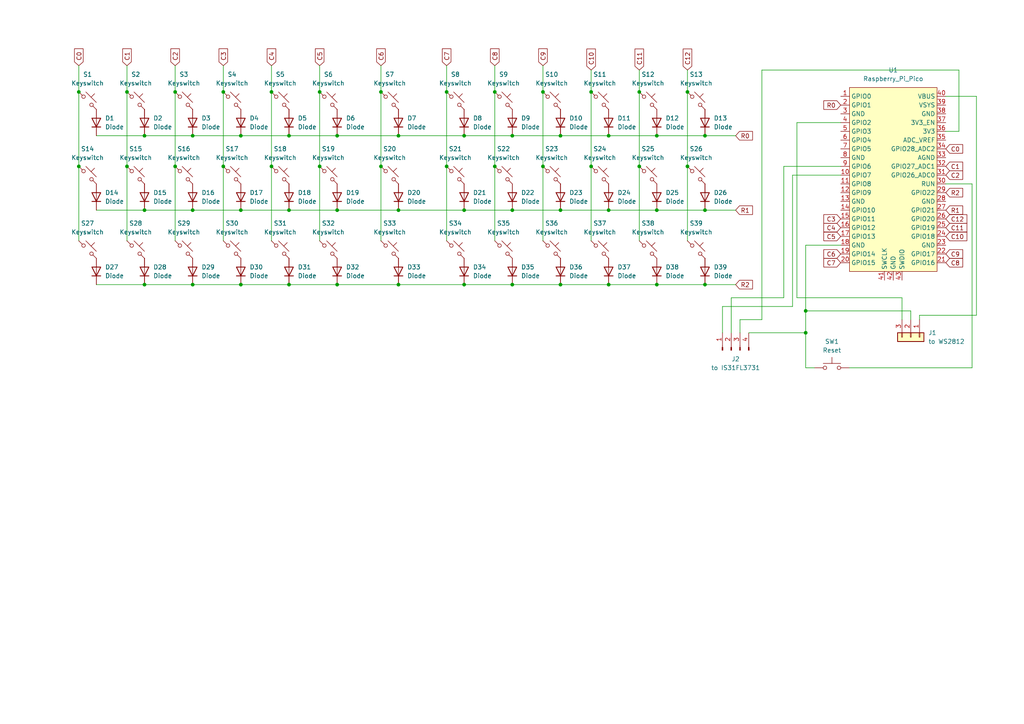
<source format=kicad_sch>
(kicad_sch (version 20230121) (generator eeschema)

  (uuid 1099ec57-b43a-4c73-9307-753c76f01c94)

  (paper "A4")

  (lib_symbols
    (symbol "Connector:Conn_01x04_Pin" (pin_names (offset 1.016) hide) (in_bom yes) (on_board yes)
      (property "Reference" "J" (at 0 5.08 0)
        (effects (font (size 1.27 1.27)))
      )
      (property "Value" "Conn_01x04_Pin" (at 0 -7.62 0)
        (effects (font (size 1.27 1.27)))
      )
      (property "Footprint" "" (at 0 0 0)
        (effects (font (size 1.27 1.27)) hide)
      )
      (property "Datasheet" "~" (at 0 0 0)
        (effects (font (size 1.27 1.27)) hide)
      )
      (property "ki_locked" "" (at 0 0 0)
        (effects (font (size 1.27 1.27)))
      )
      (property "ki_keywords" "connector" (at 0 0 0)
        (effects (font (size 1.27 1.27)) hide)
      )
      (property "ki_description" "Generic connector, single row, 01x04, script generated" (at 0 0 0)
        (effects (font (size 1.27 1.27)) hide)
      )
      (property "ki_fp_filters" "Connector*:*_1x??_*" (at 0 0 0)
        (effects (font (size 1.27 1.27)) hide)
      )
      (symbol "Conn_01x04_Pin_1_1"
        (polyline
          (pts
            (xy 1.27 -5.08)
            (xy 0.8636 -5.08)
          )
          (stroke (width 0.1524) (type default))
          (fill (type none))
        )
        (polyline
          (pts
            (xy 1.27 -2.54)
            (xy 0.8636 -2.54)
          )
          (stroke (width 0.1524) (type default))
          (fill (type none))
        )
        (polyline
          (pts
            (xy 1.27 0)
            (xy 0.8636 0)
          )
          (stroke (width 0.1524) (type default))
          (fill (type none))
        )
        (polyline
          (pts
            (xy 1.27 2.54)
            (xy 0.8636 2.54)
          )
          (stroke (width 0.1524) (type default))
          (fill (type none))
        )
        (rectangle (start 0.8636 -4.953) (end 0 -5.207)
          (stroke (width 0.1524) (type default))
          (fill (type outline))
        )
        (rectangle (start 0.8636 -2.413) (end 0 -2.667)
          (stroke (width 0.1524) (type default))
          (fill (type outline))
        )
        (rectangle (start 0.8636 0.127) (end 0 -0.127)
          (stroke (width 0.1524) (type default))
          (fill (type outline))
        )
        (rectangle (start 0.8636 2.667) (end 0 2.413)
          (stroke (width 0.1524) (type default))
          (fill (type outline))
        )
        (pin passive line (at 5.08 2.54 180) (length 3.81)
          (name "Pin_1" (effects (font (size 1.27 1.27))))
          (number "1" (effects (font (size 1.27 1.27))))
        )
        (pin passive line (at 5.08 0 180) (length 3.81)
          (name "Pin_2" (effects (font (size 1.27 1.27))))
          (number "2" (effects (font (size 1.27 1.27))))
        )
        (pin passive line (at 5.08 -2.54 180) (length 3.81)
          (name "Pin_3" (effects (font (size 1.27 1.27))))
          (number "3" (effects (font (size 1.27 1.27))))
        )
        (pin passive line (at 5.08 -5.08 180) (length 3.81)
          (name "Pin_4" (effects (font (size 1.27 1.27))))
          (number "4" (effects (font (size 1.27 1.27))))
        )
      )
    )
    (symbol "Connector_Generic:Conn_01x03" (pin_names (offset 1.016) hide) (in_bom yes) (on_board yes)
      (property "Reference" "J" (at 0 5.08 0)
        (effects (font (size 1.27 1.27)))
      )
      (property "Value" "Conn_01x03" (at 0 -5.08 0)
        (effects (font (size 1.27 1.27)))
      )
      (property "Footprint" "" (at 0 0 0)
        (effects (font (size 1.27 1.27)) hide)
      )
      (property "Datasheet" "~" (at 0 0 0)
        (effects (font (size 1.27 1.27)) hide)
      )
      (property "ki_keywords" "connector" (at 0 0 0)
        (effects (font (size 1.27 1.27)) hide)
      )
      (property "ki_description" "Generic connector, single row, 01x03, script generated (kicad-library-utils/schlib/autogen/connector/)" (at 0 0 0)
        (effects (font (size 1.27 1.27)) hide)
      )
      (property "ki_fp_filters" "Connector*:*_1x??_*" (at 0 0 0)
        (effects (font (size 1.27 1.27)) hide)
      )
      (symbol "Conn_01x03_1_1"
        (rectangle (start -1.27 -2.413) (end 0 -2.667)
          (stroke (width 0.1524) (type default))
          (fill (type none))
        )
        (rectangle (start -1.27 0.127) (end 0 -0.127)
          (stroke (width 0.1524) (type default))
          (fill (type none))
        )
        (rectangle (start -1.27 2.667) (end 0 2.413)
          (stroke (width 0.1524) (type default))
          (fill (type none))
        )
        (rectangle (start -1.27 3.81) (end 1.27 -3.81)
          (stroke (width 0.254) (type default))
          (fill (type background))
        )
        (pin passive line (at -5.08 2.54 0) (length 3.81)
          (name "Pin_1" (effects (font (size 1.27 1.27))))
          (number "1" (effects (font (size 1.27 1.27))))
        )
        (pin passive line (at -5.08 0 0) (length 3.81)
          (name "Pin_2" (effects (font (size 1.27 1.27))))
          (number "2" (effects (font (size 1.27 1.27))))
        )
        (pin passive line (at -5.08 -2.54 0) (length 3.81)
          (name "Pin_3" (effects (font (size 1.27 1.27))))
          (number "3" (effects (font (size 1.27 1.27))))
        )
      )
    )
    (symbol "ScottoKeebs:MCU_Raspberry_Pi_Pico" (in_bom yes) (on_board yes)
      (property "Reference" "U" (at 0 0 0)
        (effects (font (size 1.27 1.27)))
      )
      (property "Value" "Raspberry_Pi_Pico" (at 0 27.94 0)
        (effects (font (size 1.27 1.27)))
      )
      (property "Footprint" "ScottoKeebs_MCU:Raspberry_Pi_Pico" (at 0 30.48 0)
        (effects (font (size 1.27 1.27)) hide)
      )
      (property "Datasheet" "" (at 0 0 0)
        (effects (font (size 1.27 1.27)) hide)
      )
      (symbol "MCU_Raspberry_Pi_Pico_0_1"
        (rectangle (start -12.7 26.67) (end 12.7 -26.67)
          (stroke (width 0) (type default))
          (fill (type background))
        )
      )
      (symbol "MCU_Raspberry_Pi_Pico_1_1"
        (pin bidirectional line (at -15.24 24.13 0) (length 2.54)
          (name "GPIO0" (effects (font (size 1.27 1.27))))
          (number "1" (effects (font (size 1.27 1.27))))
        )
        (pin bidirectional line (at -15.24 1.27 0) (length 2.54)
          (name "GPIO7" (effects (font (size 1.27 1.27))))
          (number "10" (effects (font (size 1.27 1.27))))
        )
        (pin bidirectional line (at -15.24 -1.27 0) (length 2.54)
          (name "GPIO8" (effects (font (size 1.27 1.27))))
          (number "11" (effects (font (size 1.27 1.27))))
        )
        (pin bidirectional line (at -15.24 -3.81 0) (length 2.54)
          (name "GPIO9" (effects (font (size 1.27 1.27))))
          (number "12" (effects (font (size 1.27 1.27))))
        )
        (pin power_in line (at -15.24 -6.35 0) (length 2.54)
          (name "GND" (effects (font (size 1.27 1.27))))
          (number "13" (effects (font (size 1.27 1.27))))
        )
        (pin bidirectional line (at -15.24 -8.89 0) (length 2.54)
          (name "GPIO10" (effects (font (size 1.27 1.27))))
          (number "14" (effects (font (size 1.27 1.27))))
        )
        (pin bidirectional line (at -15.24 -11.43 0) (length 2.54)
          (name "GPIO11" (effects (font (size 1.27 1.27))))
          (number "15" (effects (font (size 1.27 1.27))))
        )
        (pin bidirectional line (at -15.24 -13.97 0) (length 2.54)
          (name "GPIO12" (effects (font (size 1.27 1.27))))
          (number "16" (effects (font (size 1.27 1.27))))
        )
        (pin bidirectional line (at -15.24 -16.51 0) (length 2.54)
          (name "GPIO13" (effects (font (size 1.27 1.27))))
          (number "17" (effects (font (size 1.27 1.27))))
        )
        (pin power_in line (at -15.24 -19.05 0) (length 2.54)
          (name "GND" (effects (font (size 1.27 1.27))))
          (number "18" (effects (font (size 1.27 1.27))))
        )
        (pin bidirectional line (at -15.24 -21.59 0) (length 2.54)
          (name "GPIO14" (effects (font (size 1.27 1.27))))
          (number "19" (effects (font (size 1.27 1.27))))
        )
        (pin bidirectional line (at -15.24 21.59 0) (length 2.54)
          (name "GPIO1" (effects (font (size 1.27 1.27))))
          (number "2" (effects (font (size 1.27 1.27))))
        )
        (pin bidirectional line (at -15.24 -24.13 0) (length 2.54)
          (name "GPIO15" (effects (font (size 1.27 1.27))))
          (number "20" (effects (font (size 1.27 1.27))))
        )
        (pin bidirectional line (at 15.24 -24.13 180) (length 2.54)
          (name "GPIO16" (effects (font (size 1.27 1.27))))
          (number "21" (effects (font (size 1.27 1.27))))
        )
        (pin bidirectional line (at 15.24 -21.59 180) (length 2.54)
          (name "GPIO17" (effects (font (size 1.27 1.27))))
          (number "22" (effects (font (size 1.27 1.27))))
        )
        (pin power_in line (at 15.24 -19.05 180) (length 2.54)
          (name "GND" (effects (font (size 1.27 1.27))))
          (number "23" (effects (font (size 1.27 1.27))))
        )
        (pin bidirectional line (at 15.24 -16.51 180) (length 2.54)
          (name "GPIO18" (effects (font (size 1.27 1.27))))
          (number "24" (effects (font (size 1.27 1.27))))
        )
        (pin bidirectional line (at 15.24 -13.97 180) (length 2.54)
          (name "GPIO19" (effects (font (size 1.27 1.27))))
          (number "25" (effects (font (size 1.27 1.27))))
        )
        (pin bidirectional line (at 15.24 -11.43 180) (length 2.54)
          (name "GPIO20" (effects (font (size 1.27 1.27))))
          (number "26" (effects (font (size 1.27 1.27))))
        )
        (pin bidirectional line (at 15.24 -8.89 180) (length 2.54)
          (name "GPIO21" (effects (font (size 1.27 1.27))))
          (number "27" (effects (font (size 1.27 1.27))))
        )
        (pin power_in line (at 15.24 -6.35 180) (length 2.54)
          (name "GND" (effects (font (size 1.27 1.27))))
          (number "28" (effects (font (size 1.27 1.27))))
        )
        (pin bidirectional line (at 15.24 -3.81 180) (length 2.54)
          (name "GPIO22" (effects (font (size 1.27 1.27))))
          (number "29" (effects (font (size 1.27 1.27))))
        )
        (pin power_in line (at -15.24 19.05 0) (length 2.54)
          (name "GND" (effects (font (size 1.27 1.27))))
          (number "3" (effects (font (size 1.27 1.27))))
        )
        (pin input line (at 15.24 -1.27 180) (length 2.54)
          (name "RUN" (effects (font (size 1.27 1.27))))
          (number "30" (effects (font (size 1.27 1.27))))
        )
        (pin bidirectional line (at 15.24 1.27 180) (length 2.54)
          (name "GPIO26_ADC0" (effects (font (size 1.27 1.27))))
          (number "31" (effects (font (size 1.27 1.27))))
        )
        (pin bidirectional line (at 15.24 3.81 180) (length 2.54)
          (name "GPIO27_ADC1" (effects (font (size 1.27 1.27))))
          (number "32" (effects (font (size 1.27 1.27))))
        )
        (pin power_in line (at 15.24 6.35 180) (length 2.54)
          (name "AGND" (effects (font (size 1.27 1.27))))
          (number "33" (effects (font (size 1.27 1.27))))
        )
        (pin bidirectional line (at 15.24 8.89 180) (length 2.54)
          (name "GPIO28_ADC2" (effects (font (size 1.27 1.27))))
          (number "34" (effects (font (size 1.27 1.27))))
        )
        (pin power_in line (at 15.24 11.43 180) (length 2.54)
          (name "ADC_VREF" (effects (font (size 1.27 1.27))))
          (number "35" (effects (font (size 1.27 1.27))))
        )
        (pin power_in line (at 15.24 13.97 180) (length 2.54)
          (name "3V3" (effects (font (size 1.27 1.27))))
          (number "36" (effects (font (size 1.27 1.27))))
        )
        (pin input line (at 15.24 16.51 180) (length 2.54)
          (name "3V3_EN" (effects (font (size 1.27 1.27))))
          (number "37" (effects (font (size 1.27 1.27))))
        )
        (pin bidirectional line (at 15.24 19.05 180) (length 2.54)
          (name "GND" (effects (font (size 1.27 1.27))))
          (number "38" (effects (font (size 1.27 1.27))))
        )
        (pin power_in line (at 15.24 21.59 180) (length 2.54)
          (name "VSYS" (effects (font (size 1.27 1.27))))
          (number "39" (effects (font (size 1.27 1.27))))
        )
        (pin bidirectional line (at -15.24 16.51 0) (length 2.54)
          (name "GPIO2" (effects (font (size 1.27 1.27))))
          (number "4" (effects (font (size 1.27 1.27))))
        )
        (pin power_in line (at 15.24 24.13 180) (length 2.54)
          (name "VBUS" (effects (font (size 1.27 1.27))))
          (number "40" (effects (font (size 1.27 1.27))))
        )
        (pin input line (at -2.54 -29.21 90) (length 2.54)
          (name "SWCLK" (effects (font (size 1.27 1.27))))
          (number "41" (effects (font (size 1.27 1.27))))
        )
        (pin power_in line (at 0 -29.21 90) (length 2.54)
          (name "GND" (effects (font (size 1.27 1.27))))
          (number "42" (effects (font (size 1.27 1.27))))
        )
        (pin bidirectional line (at 2.54 -29.21 90) (length 2.54)
          (name "SWDIO" (effects (font (size 1.27 1.27))))
          (number "43" (effects (font (size 1.27 1.27))))
        )
        (pin bidirectional line (at -15.24 13.97 0) (length 2.54)
          (name "GPIO3" (effects (font (size 1.27 1.27))))
          (number "5" (effects (font (size 1.27 1.27))))
        )
        (pin bidirectional line (at -15.24 11.43 0) (length 2.54)
          (name "GPIO4" (effects (font (size 1.27 1.27))))
          (number "6" (effects (font (size 1.27 1.27))))
        )
        (pin bidirectional line (at -15.24 8.89 0) (length 2.54)
          (name "GPIO5" (effects (font (size 1.27 1.27))))
          (number "7" (effects (font (size 1.27 1.27))))
        )
        (pin power_in line (at -15.24 6.35 0) (length 2.54)
          (name "GND" (effects (font (size 1.27 1.27))))
          (number "8" (effects (font (size 1.27 1.27))))
        )
        (pin bidirectional line (at -15.24 3.81 0) (length 2.54)
          (name "GPIO6" (effects (font (size 1.27 1.27))))
          (number "9" (effects (font (size 1.27 1.27))))
        )
      )
    )
    (symbol "ScottoKeebs:Placeholder_Diode" (pin_numbers hide) (pin_names hide) (in_bom yes) (on_board yes)
      (property "Reference" "D" (at 0 2.54 0)
        (effects (font (size 1.27 1.27)))
      )
      (property "Value" "Diode" (at 0 -2.54 0)
        (effects (font (size 1.27 1.27)))
      )
      (property "Footprint" "" (at 0 0 0)
        (effects (font (size 1.27 1.27)) hide)
      )
      (property "Datasheet" "" (at 0 0 0)
        (effects (font (size 1.27 1.27)) hide)
      )
      (property "Sim.Device" "D" (at 0 0 0)
        (effects (font (size 1.27 1.27)) hide)
      )
      (property "Sim.Pins" "1=K 2=A" (at 0 0 0)
        (effects (font (size 1.27 1.27)) hide)
      )
      (property "ki_keywords" "diode" (at 0 0 0)
        (effects (font (size 1.27 1.27)) hide)
      )
      (property "ki_description" "1N4148 (DO-35) or 1N4148W (SOD-123)" (at 0 0 0)
        (effects (font (size 1.27 1.27)) hide)
      )
      (property "ki_fp_filters" "D*DO?35*" (at 0 0 0)
        (effects (font (size 1.27 1.27)) hide)
      )
      (symbol "Placeholder_Diode_0_1"
        (polyline
          (pts
            (xy -1.27 1.27)
            (xy -1.27 -1.27)
          )
          (stroke (width 0.254) (type default))
          (fill (type none))
        )
        (polyline
          (pts
            (xy 1.27 0)
            (xy -1.27 0)
          )
          (stroke (width 0) (type default))
          (fill (type none))
        )
        (polyline
          (pts
            (xy 1.27 1.27)
            (xy 1.27 -1.27)
            (xy -1.27 0)
            (xy 1.27 1.27)
          )
          (stroke (width 0.254) (type default))
          (fill (type none))
        )
      )
      (symbol "Placeholder_Diode_1_1"
        (pin passive line (at -3.81 0 0) (length 2.54)
          (name "K" (effects (font (size 1.27 1.27))))
          (number "1" (effects (font (size 1.27 1.27))))
        )
        (pin passive line (at 3.81 0 180) (length 2.54)
          (name "A" (effects (font (size 1.27 1.27))))
          (number "2" (effects (font (size 1.27 1.27))))
        )
      )
    )
    (symbol "ScottoKeebs:Placeholder_Keyswitch" (pin_numbers hide) (pin_names (offset 1.016) hide) (in_bom yes) (on_board yes)
      (property "Reference" "S" (at 3.048 1.016 0)
        (effects (font (size 1.27 1.27)) (justify left))
      )
      (property "Value" "Keyswitch" (at 0 -3.81 0)
        (effects (font (size 1.27 1.27)))
      )
      (property "Footprint" "" (at 0 0 0)
        (effects (font (size 1.27 1.27)) hide)
      )
      (property "Datasheet" "~" (at 0 0 0)
        (effects (font (size 1.27 1.27)) hide)
      )
      (property "ki_keywords" "switch normally-open pushbutton push-button" (at 0 0 0)
        (effects (font (size 1.27 1.27)) hide)
      )
      (property "ki_description" "Push button switch, normally open, two pins, 45° tilted" (at 0 0 0)
        (effects (font (size 1.27 1.27)) hide)
      )
      (symbol "Placeholder_Keyswitch_0_1"
        (circle (center -1.1684 1.1684) (radius 0.508)
          (stroke (width 0) (type default))
          (fill (type none))
        )
        (polyline
          (pts
            (xy -0.508 2.54)
            (xy 2.54 -0.508)
          )
          (stroke (width 0) (type default))
          (fill (type none))
        )
        (polyline
          (pts
            (xy 1.016 1.016)
            (xy 2.032 2.032)
          )
          (stroke (width 0) (type default))
          (fill (type none))
        )
        (polyline
          (pts
            (xy -2.54 2.54)
            (xy -1.524 1.524)
            (xy -1.524 1.524)
          )
          (stroke (width 0) (type default))
          (fill (type none))
        )
        (polyline
          (pts
            (xy 1.524 -1.524)
            (xy 2.54 -2.54)
            (xy 2.54 -2.54)
            (xy 2.54 -2.54)
          )
          (stroke (width 0) (type default))
          (fill (type none))
        )
        (circle (center 1.143 -1.1938) (radius 0.508)
          (stroke (width 0) (type default))
          (fill (type none))
        )
        (pin passive line (at -2.54 2.54 0) (length 0)
          (name "1" (effects (font (size 1.27 1.27))))
          (number "1" (effects (font (size 1.27 1.27))))
        )
        (pin passive line (at 2.54 -2.54 180) (length 0)
          (name "2" (effects (font (size 1.27 1.27))))
          (number "2" (effects (font (size 1.27 1.27))))
        )
      )
    )
    (symbol "Switch:SW_Push" (pin_numbers hide) (pin_names (offset 1.016) hide) (in_bom yes) (on_board yes)
      (property "Reference" "SW" (at 1.27 2.54 0)
        (effects (font (size 1.27 1.27)) (justify left))
      )
      (property "Value" "SW_Push" (at 0 -1.524 0)
        (effects (font (size 1.27 1.27)))
      )
      (property "Footprint" "" (at 0 5.08 0)
        (effects (font (size 1.27 1.27)) hide)
      )
      (property "Datasheet" "~" (at 0 5.08 0)
        (effects (font (size 1.27 1.27)) hide)
      )
      (property "ki_keywords" "switch normally-open pushbutton push-button" (at 0 0 0)
        (effects (font (size 1.27 1.27)) hide)
      )
      (property "ki_description" "Push button switch, generic, two pins" (at 0 0 0)
        (effects (font (size 1.27 1.27)) hide)
      )
      (symbol "SW_Push_0_1"
        (circle (center -2.032 0) (radius 0.508)
          (stroke (width 0) (type default))
          (fill (type none))
        )
        (polyline
          (pts
            (xy 0 1.27)
            (xy 0 3.048)
          )
          (stroke (width 0) (type default))
          (fill (type none))
        )
        (polyline
          (pts
            (xy 2.54 1.27)
            (xy -2.54 1.27)
          )
          (stroke (width 0) (type default))
          (fill (type none))
        )
        (circle (center 2.032 0) (radius 0.508)
          (stroke (width 0) (type default))
          (fill (type none))
        )
        (pin passive line (at -5.08 0 0) (length 2.54)
          (name "1" (effects (font (size 1.27 1.27))))
          (number "1" (effects (font (size 1.27 1.27))))
        )
        (pin passive line (at 5.08 0 180) (length 2.54)
          (name "2" (effects (font (size 1.27 1.27))))
          (number "2" (effects (font (size 1.27 1.27))))
        )
      )
    )
  )

  (junction (at 69.85 39.37) (diameter 0) (color 0 0 0 0)
    (uuid 003a606c-4052-490e-a63f-77788f3dd4d4)
  )
  (junction (at 110.49 48.26) (diameter 0) (color 0 0 0 0)
    (uuid 005c79cd-0ca6-499d-a998-cd963c3ff751)
  )
  (junction (at 55.88 39.37) (diameter 0) (color 0 0 0 0)
    (uuid 01ded014-f34d-4814-bb2f-1c1c967bfc20)
  )
  (junction (at 176.53 60.96) (diameter 0) (color 0 0 0 0)
    (uuid 024a6c8f-9e01-4fd5-9eaf-fb0165032104)
  )
  (junction (at 148.59 82.55) (diameter 0) (color 0 0 0 0)
    (uuid 0f941011-c829-4bf6-9828-1a778f2e33c2)
  )
  (junction (at 185.42 26.67) (diameter 0) (color 0 0 0 0)
    (uuid 11d36392-5519-4898-a0c7-06371725653e)
  )
  (junction (at 64.77 26.67) (diameter 0) (color 0 0 0 0)
    (uuid 1848b62c-894d-46c4-bf79-ec7040d0c86f)
  )
  (junction (at 148.59 60.96) (diameter 0) (color 0 0 0 0)
    (uuid 22507064-48f4-4328-a2dd-51ad6e379496)
  )
  (junction (at 22.86 48.26) (diameter 0) (color 0 0 0 0)
    (uuid 24f8b585-774f-49e8-86c9-13dceca17250)
  )
  (junction (at 55.88 60.96) (diameter 0) (color 0 0 0 0)
    (uuid 25e10aac-86a3-485d-89b6-9186966e82fc)
  )
  (junction (at 115.57 82.55) (diameter 0) (color 0 0 0 0)
    (uuid 2bfd5f9e-473d-42fb-80d3-e2f6ff4813b9)
  )
  (junction (at 129.54 26.67) (diameter 0) (color 0 0 0 0)
    (uuid 2c58e1a1-e2fb-4056-84ed-8ed677fdb34e)
  )
  (junction (at 162.56 82.55) (diameter 0) (color 0 0 0 0)
    (uuid 356f8fc6-d250-4c2a-8c51-fba5f683f9db)
  )
  (junction (at 129.54 48.26) (diameter 0) (color 0 0 0 0)
    (uuid 3835cd66-dc21-48b2-ba06-3383018f0336)
  )
  (junction (at 162.56 60.96) (diameter 0) (color 0 0 0 0)
    (uuid 3c223566-4eee-4dab-9252-d9e26045c6c9)
  )
  (junction (at 176.53 39.37) (diameter 0) (color 0 0 0 0)
    (uuid 4087476a-1270-48cf-8d56-a24d1df68a3f)
  )
  (junction (at 157.48 26.67) (diameter 0) (color 0 0 0 0)
    (uuid 467bf1e2-de32-4446-bc68-fcaa612b9ce5)
  )
  (junction (at 36.83 48.26) (diameter 0) (color 0 0 0 0)
    (uuid 4959f263-299a-4962-bc44-ae380946aea5)
  )
  (junction (at 190.5 39.37) (diameter 0) (color 0 0 0 0)
    (uuid 49cd0058-f253-4d02-a34f-08cad9a5f710)
  )
  (junction (at 199.39 26.67) (diameter 0) (color 0 0 0 0)
    (uuid 4de9641a-13d1-4987-a20b-4a87d164ad81)
  )
  (junction (at 185.42 48.26) (diameter 0) (color 0 0 0 0)
    (uuid 527618e7-e927-45b3-bbea-ddb20b13df73)
  )
  (junction (at 134.62 82.55) (diameter 0) (color 0 0 0 0)
    (uuid 54f0cd5c-c999-4f37-a1f3-cbffcaf3c703)
  )
  (junction (at 176.53 82.55) (diameter 0) (color 0 0 0 0)
    (uuid 5827a021-32dd-41d6-a826-7c6aaa19ac7f)
  )
  (junction (at 50.8 48.26) (diameter 0) (color 0 0 0 0)
    (uuid 5c4bc3db-c830-4cda-8a55-e66149820715)
  )
  (junction (at 92.71 48.26) (diameter 0) (color 0 0 0 0)
    (uuid 5f06a180-0212-42fe-bc1b-de571539a340)
  )
  (junction (at 92.71 26.67) (diameter 0) (color 0 0 0 0)
    (uuid 61758338-ba52-4922-8f72-70993defffc6)
  )
  (junction (at 171.45 26.67) (diameter 0) (color 0 0 0 0)
    (uuid 69ecaf9d-be1f-489c-95cb-7dec9f25bb1e)
  )
  (junction (at 69.85 60.96) (diameter 0) (color 0 0 0 0)
    (uuid 6a03393c-899e-4289-a030-40e168332132)
  )
  (junction (at 143.51 48.26) (diameter 0) (color 0 0 0 0)
    (uuid 75a036c1-9071-47a4-8275-df08e07f86fd)
  )
  (junction (at 22.86 26.67) (diameter 0) (color 0 0 0 0)
    (uuid 78647cc0-a3dd-40cf-8223-86fd3a7dab68)
  )
  (junction (at 190.5 60.96) (diameter 0) (color 0 0 0 0)
    (uuid 7dbb7461-5249-4906-89c0-abc4daf00d5c)
  )
  (junction (at 69.85 82.55) (diameter 0) (color 0 0 0 0)
    (uuid 80d20adc-6d97-4bf1-82bf-502d0fcf2861)
  )
  (junction (at 157.48 48.26) (diameter 0) (color 0 0 0 0)
    (uuid 8b0376da-28c7-4279-b184-3c95fcf77bbc)
  )
  (junction (at 233.68 96.52) (diameter 0) (color 0 0 0 0)
    (uuid 9243c9bc-9ab8-45d9-946d-6d9893e29545)
  )
  (junction (at 83.82 82.55) (diameter 0) (color 0 0 0 0)
    (uuid 92756023-e822-4c2f-9e37-b9593dbc76aa)
  )
  (junction (at 148.59 39.37) (diameter 0) (color 0 0 0 0)
    (uuid 95b23f88-738c-46e8-be38-226a073286e0)
  )
  (junction (at 134.62 60.96) (diameter 0) (color 0 0 0 0)
    (uuid 989a6f29-81f3-4468-a077-ee6502e1c6da)
  )
  (junction (at 199.39 48.26) (diameter 0) (color 0 0 0 0)
    (uuid 9951ea78-09cc-402e-92a4-ea04cb86548b)
  )
  (junction (at 50.8 26.67) (diameter 0) (color 0 0 0 0)
    (uuid 9af1f8c1-797b-4f6f-91de-644a97368353)
  )
  (junction (at 41.91 39.37) (diameter 0) (color 0 0 0 0)
    (uuid 9d63222d-698d-4f62-9d3e-792dd52ddd78)
  )
  (junction (at 204.47 82.55) (diameter 0) (color 0 0 0 0)
    (uuid 9f5199a0-ae1c-4208-acea-8eab2451c267)
  )
  (junction (at 204.47 39.37) (diameter 0) (color 0 0 0 0)
    (uuid a0f717ec-ff62-494b-a1c3-bf2fc3fa4522)
  )
  (junction (at 36.83 26.67) (diameter 0) (color 0 0 0 0)
    (uuid a3062baa-9534-4dfb-9be4-8c829a7d60bd)
  )
  (junction (at 190.5 82.55) (diameter 0) (color 0 0 0 0)
    (uuid a36f248f-a835-4dbd-9e71-5838a2448136)
  )
  (junction (at 204.47 60.96) (diameter 0) (color 0 0 0 0)
    (uuid ab551600-e227-4af9-ad8d-36df51a5dbfd)
  )
  (junction (at 97.79 60.96) (diameter 0) (color 0 0 0 0)
    (uuid ac0a785e-6d8b-4b23-9f1e-1acbe5eaee29)
  )
  (junction (at 233.68 90.17) (diameter 0) (color 0 0 0 0)
    (uuid af1c04f8-0be0-4b26-a643-69aa5daa927e)
  )
  (junction (at 134.62 39.37) (diameter 0) (color 0 0 0 0)
    (uuid bcaa9465-3dfe-4c02-a622-177f176cfc1f)
  )
  (junction (at 171.45 48.26) (diameter 0) (color 0 0 0 0)
    (uuid c1c8e162-eb58-4ad3-b0b9-fc863a5e55ab)
  )
  (junction (at 110.49 26.67) (diameter 0) (color 0 0 0 0)
    (uuid c4dc4c36-d43a-4b7b-80f1-629ad69ba915)
  )
  (junction (at 97.79 82.55) (diameter 0) (color 0 0 0 0)
    (uuid c66ac762-a4df-4f00-a235-34c86073bfe9)
  )
  (junction (at 115.57 39.37) (diameter 0) (color 0 0 0 0)
    (uuid c75eaf66-af72-46df-88c0-e8f51aed66b9)
  )
  (junction (at 83.82 60.96) (diameter 0) (color 0 0 0 0)
    (uuid c7b52351-a207-44f6-8ab4-c4b0487209c5)
  )
  (junction (at 55.88 82.55) (diameter 0) (color 0 0 0 0)
    (uuid c927d9d2-d11e-487f-9bf7-123c6c20a0ca)
  )
  (junction (at 78.74 48.26) (diameter 0) (color 0 0 0 0)
    (uuid ce0aa48f-cf87-479d-9d54-4a1d9a38fdf6)
  )
  (junction (at 115.57 60.96) (diameter 0) (color 0 0 0 0)
    (uuid ceb55b3c-b2fb-44d4-9fe8-61eb4cda9d38)
  )
  (junction (at 143.51 26.67) (diameter 0) (color 0 0 0 0)
    (uuid d55e71b4-7059-49cc-9436-8207388b167c)
  )
  (junction (at 78.74 26.67) (diameter 0) (color 0 0 0 0)
    (uuid d9cd5210-ee9d-41cc-8070-e24986509962)
  )
  (junction (at 162.56 39.37) (diameter 0) (color 0 0 0 0)
    (uuid e7d6a34f-0d72-4417-8973-2ff7451c26e6)
  )
  (junction (at 41.91 60.96) (diameter 0) (color 0 0 0 0)
    (uuid e913e2d4-ecb5-4615-a7c8-c62896325c77)
  )
  (junction (at 64.77 48.26) (diameter 0) (color 0 0 0 0)
    (uuid ea8e5fe2-dde5-47f8-927a-f7024f054877)
  )
  (junction (at 83.82 39.37) (diameter 0) (color 0 0 0 0)
    (uuid ee0a9dba-79c5-4ad2-9237-d5f596d80dfa)
  )
  (junction (at 97.79 39.37) (diameter 0) (color 0 0 0 0)
    (uuid f2986368-e459-4a4a-a056-030b5014aace)
  )
  (junction (at 41.91 82.55) (diameter 0) (color 0 0 0 0)
    (uuid f3651f42-6ef1-46c6-9140-33979c03d308)
  )

  (wire (pts (xy 83.82 39.37) (xy 97.79 39.37))
    (stroke (width 0) (type default))
    (uuid 011d923c-f792-4931-8874-c7e2e31cb41d)
  )
  (wire (pts (xy 143.51 48.26) (xy 143.51 69.85))
    (stroke (width 0) (type default))
    (uuid 01886dfb-e884-47c7-8975-13742b21194a)
  )
  (wire (pts (xy 233.68 90.17) (xy 264.16 90.17))
    (stroke (width 0) (type default))
    (uuid 03d1f315-5d9f-44a3-a7a2-b8825e62a497)
  )
  (wire (pts (xy 185.42 48.26) (xy 185.42 69.85))
    (stroke (width 0) (type default))
    (uuid 04af1190-4b50-4aaf-b96b-edf33a776c26)
  )
  (wire (pts (xy 190.5 60.96) (xy 204.47 60.96))
    (stroke (width 0) (type default))
    (uuid 069cdc7a-7131-4b15-b93e-0cc9bf3acaaf)
  )
  (wire (pts (xy 220.98 92.71) (xy 220.98 20.32))
    (stroke (width 0) (type default))
    (uuid 0990b92d-8443-4f00-8b8e-5caebca98de0)
  )
  (wire (pts (xy 274.32 38.1) (xy 278.13 38.1))
    (stroke (width 0) (type default))
    (uuid 0b33212f-b351-476b-9063-cc22e223ccfc)
  )
  (wire (pts (xy 50.8 19.05) (xy 50.8 26.67))
    (stroke (width 0) (type default))
    (uuid 0b53b154-1df4-4822-9515-eeb78e4baebe)
  )
  (wire (pts (xy 162.56 82.55) (xy 176.53 82.55))
    (stroke (width 0) (type default))
    (uuid 0f04939e-85bc-4563-86b2-695cdea46b3f)
  )
  (wire (pts (xy 283.21 91.44) (xy 266.7 91.44))
    (stroke (width 0) (type default))
    (uuid 109ba861-fcf5-4ebf-8f34-e0aa6cb1130e)
  )
  (wire (pts (xy 246.38 106.68) (xy 281.94 106.68))
    (stroke (width 0) (type default))
    (uuid 10d64ca2-530a-463f-bdf9-e297be655da6)
  )
  (wire (pts (xy 115.57 39.37) (xy 134.62 39.37))
    (stroke (width 0) (type default))
    (uuid 131999a6-6fcb-4c00-8c5e-05a7d9b5eff9)
  )
  (wire (pts (xy 227.33 86.36) (xy 212.09 86.36))
    (stroke (width 0) (type default))
    (uuid 14f68c80-8ebc-48cf-94d0-60c7b7968358)
  )
  (wire (pts (xy 266.7 91.44) (xy 266.7 92.71))
    (stroke (width 0) (type default))
    (uuid 174d28db-eeb4-4793-b100-095d99205508)
  )
  (wire (pts (xy 83.82 60.96) (xy 97.79 60.96))
    (stroke (width 0) (type default))
    (uuid 19d8a52b-b5bf-4696-a273-45977cca5384)
  )
  (wire (pts (xy 261.62 86.36) (xy 261.62 92.71))
    (stroke (width 0) (type default))
    (uuid 1ad88b07-2865-4162-be43-c2a84a078b42)
  )
  (wire (pts (xy 36.83 26.67) (xy 36.83 48.26))
    (stroke (width 0) (type default))
    (uuid 1c84a06b-4d48-40e7-8c16-1b5b1479803d)
  )
  (wire (pts (xy 50.8 26.67) (xy 50.8 48.26))
    (stroke (width 0) (type default))
    (uuid 208c798f-57fe-4227-a4aa-d3d01f2697a4)
  )
  (wire (pts (xy 227.33 48.26) (xy 243.84 48.26))
    (stroke (width 0) (type default))
    (uuid 235da8df-5b0b-4465-829a-7631af5921b5)
  )
  (wire (pts (xy 83.82 82.55) (xy 97.79 82.55))
    (stroke (width 0) (type default))
    (uuid 24676589-8eb2-4a90-91cb-79ab69158e35)
  )
  (wire (pts (xy 171.45 20.32) (xy 171.45 26.67))
    (stroke (width 0) (type default))
    (uuid 261500c1-1481-4252-aa49-aeeff82ec905)
  )
  (wire (pts (xy 204.47 39.37) (xy 213.36 39.37))
    (stroke (width 0) (type default))
    (uuid 267b72ae-1a16-4dd1-ac2b-f56b8e9bf994)
  )
  (wire (pts (xy 92.71 26.67) (xy 92.71 48.26))
    (stroke (width 0) (type default))
    (uuid 27b0d7d8-197e-42e6-9b10-b513bdc16c5e)
  )
  (wire (pts (xy 209.55 88.9) (xy 229.87 88.9))
    (stroke (width 0) (type default))
    (uuid 2819145e-e125-426a-810d-2f3f68702a17)
  )
  (wire (pts (xy 278.13 20.32) (xy 278.13 38.1))
    (stroke (width 0) (type default))
    (uuid 305f1631-5a08-481d-8d1c-cd686247c993)
  )
  (wire (pts (xy 274.32 27.94) (xy 283.21 27.94))
    (stroke (width 0) (type default))
    (uuid 35702824-d9ce-4300-8bd8-a83b347891e8)
  )
  (wire (pts (xy 281.94 106.68) (xy 281.94 53.34))
    (stroke (width 0) (type default))
    (uuid 3705dc91-27f0-46ce-b183-ef5fa4e42d40)
  )
  (wire (pts (xy 229.87 88.9) (xy 229.87 50.8))
    (stroke (width 0) (type default))
    (uuid 3763d7c3-4f03-420d-a6e3-64beda6913ab)
  )
  (wire (pts (xy 41.91 82.55) (xy 55.88 82.55))
    (stroke (width 0) (type default))
    (uuid 385ffef2-4e6a-498c-8397-f2f10cdb204d)
  )
  (wire (pts (xy 185.42 20.32) (xy 185.42 26.67))
    (stroke (width 0) (type default))
    (uuid 38b9a40e-48e7-4ca4-b104-8f39a0cdce6e)
  )
  (wire (pts (xy 176.53 60.96) (xy 190.5 60.96))
    (stroke (width 0) (type default))
    (uuid 39974d49-86af-4220-8acc-450c83eb3eee)
  )
  (wire (pts (xy 129.54 19.05) (xy 129.54 26.67))
    (stroke (width 0) (type default))
    (uuid 39b27011-2195-4d30-a2ed-75bf1d590937)
  )
  (wire (pts (xy 64.77 48.26) (xy 64.77 69.85))
    (stroke (width 0) (type default))
    (uuid 3a5d8e8f-ff2f-4807-a586-446eeed71ad0)
  )
  (wire (pts (xy 27.94 39.37) (xy 41.91 39.37))
    (stroke (width 0) (type default))
    (uuid 3ad7a73d-e3b0-45b7-9df9-5375bd6aaa04)
  )
  (wire (pts (xy 148.59 39.37) (xy 162.56 39.37))
    (stroke (width 0) (type default))
    (uuid 432d9a2c-fac1-4e04-92cc-b6a9b9f6b47f)
  )
  (wire (pts (xy 190.5 39.37) (xy 204.47 39.37))
    (stroke (width 0) (type default))
    (uuid 44e730e1-5b51-4aee-8e46-d37e09ef7f09)
  )
  (wire (pts (xy 78.74 26.67) (xy 78.74 48.26))
    (stroke (width 0) (type default))
    (uuid 46a6d9c4-9727-424a-9b20-c9b38aeb4a26)
  )
  (wire (pts (xy 233.68 106.68) (xy 236.22 106.68))
    (stroke (width 0) (type default))
    (uuid 471d3d28-0861-4d94-95fc-1b3c0c0949d8)
  )
  (wire (pts (xy 92.71 48.26) (xy 92.71 69.85))
    (stroke (width 0) (type default))
    (uuid 47e4aaea-acb8-4265-a680-13a9130f31bc)
  )
  (wire (pts (xy 143.51 26.67) (xy 143.51 48.26))
    (stroke (width 0) (type default))
    (uuid 498cdaee-9ca6-4cc7-bc06-cb9b707469f4)
  )
  (wire (pts (xy 214.63 92.71) (xy 214.63 96.52))
    (stroke (width 0) (type default))
    (uuid 49de84d4-0628-42e7-bda5-dc48a089acf0)
  )
  (wire (pts (xy 55.88 60.96) (xy 69.85 60.96))
    (stroke (width 0) (type default))
    (uuid 4e79529f-b5f0-4c4b-8c89-c7027fac118a)
  )
  (wire (pts (xy 69.85 82.55) (xy 83.82 82.55))
    (stroke (width 0) (type default))
    (uuid 4fcf6266-5232-4a14-9fcb-3596f5df3b4d)
  )
  (wire (pts (xy 69.85 60.96) (xy 83.82 60.96))
    (stroke (width 0) (type default))
    (uuid 513b2e66-3b3e-4733-b688-904df45410ca)
  )
  (wire (pts (xy 171.45 26.67) (xy 171.45 48.26))
    (stroke (width 0) (type default))
    (uuid 53255ffd-dfee-4aca-ac3f-baf46d79e4e7)
  )
  (wire (pts (xy 162.56 39.37) (xy 176.53 39.37))
    (stroke (width 0) (type default))
    (uuid 5a8b254c-14b0-4329-81a9-14a1801ffdc2)
  )
  (wire (pts (xy 134.62 60.96) (xy 148.59 60.96))
    (stroke (width 0) (type default))
    (uuid 5b5e2614-ebbf-4b02-a92f-d8355b6753cf)
  )
  (wire (pts (xy 220.98 92.71) (xy 214.63 92.71))
    (stroke (width 0) (type default))
    (uuid 5c424cb1-a849-44f4-9fda-bd3c8c0cc289)
  )
  (wire (pts (xy 22.86 19.05) (xy 22.86 26.67))
    (stroke (width 0) (type default))
    (uuid 5f770c9e-7896-4cf5-9988-a18b0c6c38c1)
  )
  (wire (pts (xy 110.49 19.05) (xy 110.49 26.67))
    (stroke (width 0) (type default))
    (uuid 6212494f-63b3-4588-9f1a-e8e9dc54b6a0)
  )
  (wire (pts (xy 243.84 35.56) (xy 231.14 35.56))
    (stroke (width 0) (type default))
    (uuid 65ef350c-9fbe-42a9-95e8-9545bead1790)
  )
  (wire (pts (xy 212.09 86.36) (xy 212.09 96.52))
    (stroke (width 0) (type default))
    (uuid 69c2438d-1451-45b4-aeb4-86ed8ae73c32)
  )
  (wire (pts (xy 209.55 88.9) (xy 209.55 96.52))
    (stroke (width 0) (type default))
    (uuid 6c2a4946-7166-4bf6-a4ca-980a720a80df)
  )
  (wire (pts (xy 281.94 53.34) (xy 274.32 53.34))
    (stroke (width 0) (type default))
    (uuid 6efb8d37-e37a-4498-a77c-92e4cf9e9566)
  )
  (wire (pts (xy 157.48 48.26) (xy 157.48 69.85))
    (stroke (width 0) (type default))
    (uuid 70ead9f0-17b2-4248-bde7-cfcc6831fc09)
  )
  (wire (pts (xy 55.88 82.55) (xy 69.85 82.55))
    (stroke (width 0) (type default))
    (uuid 737bd38d-f29c-41ba-be17-9a0576a85975)
  )
  (wire (pts (xy 162.56 60.96) (xy 176.53 60.96))
    (stroke (width 0) (type default))
    (uuid 78d44f6a-7dc4-44d4-9806-0911142c99e2)
  )
  (wire (pts (xy 148.59 82.55) (xy 162.56 82.55))
    (stroke (width 0) (type default))
    (uuid 7982935f-214c-43ed-8cf7-c9de9d93897e)
  )
  (wire (pts (xy 129.54 48.26) (xy 129.54 69.85))
    (stroke (width 0) (type default))
    (uuid 7ae32d97-cad6-4ee2-894f-8c2a58cbda9a)
  )
  (wire (pts (xy 264.16 90.17) (xy 264.16 92.71))
    (stroke (width 0) (type default))
    (uuid 7d966f1e-f0b4-4ba8-ad7b-e66b28175441)
  )
  (wire (pts (xy 229.87 50.8) (xy 243.84 50.8))
    (stroke (width 0) (type default))
    (uuid 7dbf1ab4-cd15-433d-a745-8dc38b8566ed)
  )
  (wire (pts (xy 217.17 96.52) (xy 233.68 96.52))
    (stroke (width 0) (type default))
    (uuid 835d2d2c-0814-44a0-91fd-1cf9410bf3b7)
  )
  (wire (pts (xy 64.77 26.67) (xy 64.77 48.26))
    (stroke (width 0) (type default))
    (uuid 85b4d6e0-3f7b-42e7-aff6-e76fa0bc7353)
  )
  (wire (pts (xy 41.91 39.37) (xy 55.88 39.37))
    (stroke (width 0) (type default))
    (uuid 8afcc079-2547-471b-9757-9cc6fc840922)
  )
  (wire (pts (xy 110.49 26.67) (xy 110.49 48.26))
    (stroke (width 0) (type default))
    (uuid 90969b0d-7a6b-4f01-968a-2ba9180bcace)
  )
  (wire (pts (xy 78.74 48.26) (xy 78.74 69.85))
    (stroke (width 0) (type default))
    (uuid 9212c019-3328-43e6-bbe4-14dc85e461e7)
  )
  (wire (pts (xy 227.33 86.36) (xy 227.33 48.26))
    (stroke (width 0) (type default))
    (uuid 983fb4ef-22d5-4206-890a-8eaa41064fa6)
  )
  (wire (pts (xy 134.62 39.37) (xy 148.59 39.37))
    (stroke (width 0) (type default))
    (uuid 9cbebff6-527c-4094-addf-7454feb14b94)
  )
  (wire (pts (xy 199.39 48.26) (xy 199.39 69.85))
    (stroke (width 0) (type default))
    (uuid 9e044f1f-e1f5-4c02-8697-15d790e9c355)
  )
  (wire (pts (xy 115.57 82.55) (xy 134.62 82.55))
    (stroke (width 0) (type default))
    (uuid 9e101faa-3c45-47f1-97b2-874e6edfb761)
  )
  (wire (pts (xy 171.45 48.26) (xy 171.45 69.85))
    (stroke (width 0) (type default))
    (uuid a3df78c6-72b2-4db4-9e8b-44ea6b5bfa69)
  )
  (wire (pts (xy 55.88 39.37) (xy 69.85 39.37))
    (stroke (width 0) (type default))
    (uuid a41af100-5384-4b03-915f-f460a10e5765)
  )
  (wire (pts (xy 27.94 60.96) (xy 41.91 60.96))
    (stroke (width 0) (type default))
    (uuid a7d5a744-7ed1-4ddb-b258-fcce0241b57d)
  )
  (wire (pts (xy 97.79 82.55) (xy 115.57 82.55))
    (stroke (width 0) (type default))
    (uuid aab5140d-8224-4ced-9350-507d99eee5bf)
  )
  (wire (pts (xy 231.14 86.36) (xy 261.62 86.36))
    (stroke (width 0) (type default))
    (uuid ab7ef0d2-6881-4914-9434-78fec6829df6)
  )
  (wire (pts (xy 157.48 26.67) (xy 157.48 48.26))
    (stroke (width 0) (type default))
    (uuid ae7aa396-81bd-49fa-89e9-e226b6bd73f6)
  )
  (wire (pts (xy 129.54 26.67) (xy 129.54 48.26))
    (stroke (width 0) (type default))
    (uuid af5a7bc2-d8f4-46b9-a45b-fd9865bbb21f)
  )
  (wire (pts (xy 115.57 60.96) (xy 134.62 60.96))
    (stroke (width 0) (type default))
    (uuid b090542a-b924-4df1-aacf-be855c1baf5e)
  )
  (wire (pts (xy 143.51 19.05) (xy 143.51 26.67))
    (stroke (width 0) (type default))
    (uuid b64cc012-3ef7-4851-a818-82234a1747fb)
  )
  (wire (pts (xy 176.53 39.37) (xy 190.5 39.37))
    (stroke (width 0) (type default))
    (uuid b6afbdd6-e297-4a53-99ff-c39ed7936057)
  )
  (wire (pts (xy 27.94 82.55) (xy 41.91 82.55))
    (stroke (width 0) (type default))
    (uuid b977bf5c-3760-43ea-b5af-1ac8c0916be5)
  )
  (wire (pts (xy 204.47 82.55) (xy 213.36 82.55))
    (stroke (width 0) (type default))
    (uuid bacfab4e-8633-47db-b3cd-464fafb6efb9)
  )
  (wire (pts (xy 190.5 82.55) (xy 204.47 82.55))
    (stroke (width 0) (type default))
    (uuid bc84f0d7-a175-4ba9-8675-1f4ccf4225e9)
  )
  (wire (pts (xy 22.86 26.67) (xy 22.86 48.26))
    (stroke (width 0) (type default))
    (uuid bce35d36-fbd9-43af-aade-e365b06ca836)
  )
  (wire (pts (xy 110.49 48.26) (xy 110.49 69.85))
    (stroke (width 0) (type default))
    (uuid be13ad77-f4b9-457d-9b16-367392e48794)
  )
  (wire (pts (xy 233.68 90.17) (xy 233.68 96.52))
    (stroke (width 0) (type default))
    (uuid beb6533c-07f3-4f9d-8fe2-faaba4ea4876)
  )
  (wire (pts (xy 36.83 19.05) (xy 36.83 26.67))
    (stroke (width 0) (type default))
    (uuid c0c40086-2159-4e25-962f-badd7544df64)
  )
  (wire (pts (xy 41.91 60.96) (xy 55.88 60.96))
    (stroke (width 0) (type default))
    (uuid c131a070-dce7-46c1-b2eb-201e0feedf94)
  )
  (wire (pts (xy 50.8 48.26) (xy 50.8 69.85))
    (stroke (width 0) (type default))
    (uuid c3fd5c5a-a223-4422-816b-12c67738d900)
  )
  (wire (pts (xy 36.83 48.26) (xy 36.83 69.85))
    (stroke (width 0) (type default))
    (uuid c45f1cd4-425a-4247-92c5-c3593c7c5f94)
  )
  (wire (pts (xy 283.21 27.94) (xy 283.21 91.44))
    (stroke (width 0) (type default))
    (uuid c4d34ac6-c0e4-4f8b-8152-944152b4ed7d)
  )
  (wire (pts (xy 233.68 96.52) (xy 233.68 106.68))
    (stroke (width 0) (type default))
    (uuid c543ced7-3b0b-4b04-99d7-21df1ad1d78c)
  )
  (wire (pts (xy 199.39 20.32) (xy 199.39 26.67))
    (stroke (width 0) (type default))
    (uuid c7e567ef-b73f-4f93-98be-03b0f20aef89)
  )
  (wire (pts (xy 97.79 60.96) (xy 115.57 60.96))
    (stroke (width 0) (type default))
    (uuid c842d5de-7087-4c0a-b078-4112d160bb9f)
  )
  (wire (pts (xy 204.47 60.96) (xy 213.36 60.96))
    (stroke (width 0) (type default))
    (uuid cc5e2d4c-8dab-42f1-9162-c03465301dfe)
  )
  (wire (pts (xy 176.53 82.55) (xy 190.5 82.55))
    (stroke (width 0) (type default))
    (uuid d2c59dce-34c1-4a9f-a1ab-3f330b7454e2)
  )
  (wire (pts (xy 92.71 19.05) (xy 92.71 26.67))
    (stroke (width 0) (type default))
    (uuid d4d04851-c1d0-4547-8c7e-1e5499fa8fd0)
  )
  (wire (pts (xy 185.42 26.67) (xy 185.42 48.26))
    (stroke (width 0) (type default))
    (uuid d6ed0cbf-3c71-40de-805c-8c7ad70004e1)
  )
  (wire (pts (xy 233.68 71.12) (xy 233.68 90.17))
    (stroke (width 0) (type default))
    (uuid d7aa2e4c-1d76-4eb9-bd8e-2cea2674963e)
  )
  (wire (pts (xy 220.98 20.32) (xy 278.13 20.32))
    (stroke (width 0) (type default))
    (uuid d8068e2c-a62d-4f25-8f05-f76227ba5cf5)
  )
  (wire (pts (xy 69.85 39.37) (xy 83.82 39.37))
    (stroke (width 0) (type default))
    (uuid d9040194-6d85-4436-88b1-006cf2532f90)
  )
  (wire (pts (xy 22.86 48.26) (xy 22.86 69.85))
    (stroke (width 0) (type default))
    (uuid e07cc137-94b4-4c92-a95d-5b9c2cbe17d4)
  )
  (wire (pts (xy 64.77 19.05) (xy 64.77 26.67))
    (stroke (width 0) (type default))
    (uuid e676473d-90f9-4d79-a021-9bdaec6d589d)
  )
  (wire (pts (xy 148.59 60.96) (xy 162.56 60.96))
    (stroke (width 0) (type default))
    (uuid e789e36a-9a42-4455-81d1-b9856bd8867d)
  )
  (wire (pts (xy 78.74 19.05) (xy 78.74 26.67))
    (stroke (width 0) (type default))
    (uuid e8abf4df-a37c-4b5e-9a96-76f00e40ff7b)
  )
  (wire (pts (xy 199.39 26.67) (xy 199.39 48.26))
    (stroke (width 0) (type default))
    (uuid ec9b8975-c560-49ab-b1df-cbaee48c224a)
  )
  (wire (pts (xy 157.48 19.05) (xy 157.48 26.67))
    (stroke (width 0) (type default))
    (uuid ee9195b1-357b-4e12-857d-6336f3ec594f)
  )
  (wire (pts (xy 231.14 35.56) (xy 231.14 86.36))
    (stroke (width 0) (type default))
    (uuid f9aca151-1300-46cd-bf52-d640ac4e0984)
  )
  (wire (pts (xy 134.62 82.55) (xy 148.59 82.55))
    (stroke (width 0) (type default))
    (uuid fa3efa67-5957-4028-bd86-fbd6c69cfa8b)
  )
  (wire (pts (xy 243.84 71.12) (xy 233.68 71.12))
    (stroke (width 0) (type default))
    (uuid fe93ec37-cf1f-41b3-8858-4e6f3ecc5ca8)
  )
  (wire (pts (xy 97.79 39.37) (xy 115.57 39.37))
    (stroke (width 0) (type default))
    (uuid ff7b337c-d717-4f1e-bf75-656558db469c)
  )

  (global_label "C0" (shape input) (at 274.32 43.18 0) (fields_autoplaced)
    (effects (font (size 1.27 1.27)) (justify left))
    (uuid 02985276-b120-47f7-b094-eb6c1b338227)
    (property "Intersheetrefs" "${INTERSHEET_REFS}" (at 279.7847 43.18 0)
      (effects (font (size 1.27 1.27)) (justify left) hide)
    )
  )
  (global_label "C7" (shape input) (at 129.54 19.05 90) (fields_autoplaced)
    (effects (font (size 1.27 1.27)) (justify left))
    (uuid 06e73bfa-2cc4-4395-9a07-2a9d59cabdc0)
    (property "Intersheetrefs" "${INTERSHEET_REFS}" (at 129.54 13.5853 90)
      (effects (font (size 1.27 1.27)) (justify left) hide)
    )
  )
  (global_label "C8" (shape input) (at 274.32 76.2 0) (fields_autoplaced)
    (effects (font (size 1.27 1.27)) (justify left))
    (uuid 07d11c1e-7219-4c4e-be1f-7ad56ee1a5a6)
    (property "Intersheetrefs" "${INTERSHEET_REFS}" (at 279.7847 76.2 0)
      (effects (font (size 1.27 1.27)) (justify left) hide)
    )
  )
  (global_label "C0" (shape input) (at 22.86 19.05 90) (fields_autoplaced)
    (effects (font (size 1.27 1.27)) (justify left))
    (uuid 1cfe9773-ead0-4980-ad8c-057433c55304)
    (property "Intersheetrefs" "${INTERSHEET_REFS}" (at 22.86 13.5853 90)
      (effects (font (size 1.27 1.27)) (justify left) hide)
    )
  )
  (global_label "C5" (shape input) (at 92.71 19.05 90) (fields_autoplaced)
    (effects (font (size 1.27 1.27)) (justify left))
    (uuid 1d7bec72-ff34-4724-949b-82d53ed9b5e0)
    (property "Intersheetrefs" "${INTERSHEET_REFS}" (at 92.71 13.5853 90)
      (effects (font (size 1.27 1.27)) (justify left) hide)
    )
  )
  (global_label "C1" (shape input) (at 274.32 48.26 0) (fields_autoplaced)
    (effects (font (size 1.27 1.27)) (justify left))
    (uuid 20bc0fc9-6a6d-4e11-ad13-2fc06bd3fd2f)
    (property "Intersheetrefs" "${INTERSHEET_REFS}" (at 279.7847 48.26 0)
      (effects (font (size 1.27 1.27)) (justify left) hide)
    )
  )
  (global_label "C2" (shape input) (at 274.32 50.8 0) (fields_autoplaced)
    (effects (font (size 1.27 1.27)) (justify left))
    (uuid 2bded562-e821-4a15-a4e5-e779ff582f68)
    (property "Intersheetrefs" "${INTERSHEET_REFS}" (at 279.7847 50.8 0)
      (effects (font (size 1.27 1.27)) (justify left) hide)
    )
  )
  (global_label "C2" (shape input) (at 50.8 19.05 90) (fields_autoplaced)
    (effects (font (size 1.27 1.27)) (justify left))
    (uuid 2fafbf37-0a4b-4bf0-a515-95cef9649ed9)
    (property "Intersheetrefs" "${INTERSHEET_REFS}" (at 50.8 13.5853 90)
      (effects (font (size 1.27 1.27)) (justify left) hide)
    )
  )
  (global_label "R1" (shape input) (at 213.36 60.96 0) (fields_autoplaced)
    (effects (font (size 1.27 1.27)) (justify left))
    (uuid 3565bd06-4fa3-4eb7-aabe-b7172cd2982a)
    (property "Intersheetrefs" "${INTERSHEET_REFS}" (at 218.8247 60.96 0)
      (effects (font (size 1.27 1.27)) (justify left) hide)
    )
  )
  (global_label "R0" (shape input) (at 213.36 39.37 0) (fields_autoplaced)
    (effects (font (size 1.27 1.27)) (justify left))
    (uuid 42f7beb4-4fc8-4129-94d6-54fdedbed4d5)
    (property "Intersheetrefs" "${INTERSHEET_REFS}" (at 218.8247 39.37 0)
      (effects (font (size 1.27 1.27)) (justify left) hide)
    )
  )
  (global_label "C11" (shape input) (at 274.32 66.04 0) (fields_autoplaced)
    (effects (font (size 1.27 1.27)) (justify left))
    (uuid 4368c0bd-f462-4e9f-a8b6-d3454bb9acdc)
    (property "Intersheetrefs" "${INTERSHEET_REFS}" (at 280.9942 66.04 0)
      (effects (font (size 1.27 1.27)) (justify left) hide)
    )
  )
  (global_label "C1" (shape input) (at 36.83 19.05 90) (fields_autoplaced)
    (effects (font (size 1.27 1.27)) (justify left))
    (uuid 4b4648dc-faca-46b1-b7ae-b2ca25a5adeb)
    (property "Intersheetrefs" "${INTERSHEET_REFS}" (at 36.83 13.5853 90)
      (effects (font (size 1.27 1.27)) (justify left) hide)
    )
  )
  (global_label "R2" (shape input) (at 213.36 82.55 0) (fields_autoplaced)
    (effects (font (size 1.27 1.27)) (justify left))
    (uuid 4ba5c72c-f789-4862-9285-de3dbaa04ab3)
    (property "Intersheetrefs" "${INTERSHEET_REFS}" (at 218.8247 82.55 0)
      (effects (font (size 1.27 1.27)) (justify left) hide)
    )
  )
  (global_label "C6" (shape input) (at 243.84 73.66 180) (fields_autoplaced)
    (effects (font (size 1.27 1.27)) (justify right))
    (uuid 5efcaf95-7168-481e-8504-b02e5e6553cf)
    (property "Intersheetrefs" "${INTERSHEET_REFS}" (at 238.3753 73.66 0)
      (effects (font (size 1.27 1.27)) (justify right) hide)
    )
  )
  (global_label "C6" (shape input) (at 110.49 19.05 90) (fields_autoplaced)
    (effects (font (size 1.27 1.27)) (justify left))
    (uuid 5fec96f3-71ab-49ee-aef8-06f8d2ecee37)
    (property "Intersheetrefs" "${INTERSHEET_REFS}" (at 110.49 13.5853 90)
      (effects (font (size 1.27 1.27)) (justify left) hide)
    )
  )
  (global_label "C10" (shape input) (at 274.32 68.58 0) (fields_autoplaced)
    (effects (font (size 1.27 1.27)) (justify left))
    (uuid 6e81badb-8f80-4ea4-8c9c-c20e23992266)
    (property "Intersheetrefs" "${INTERSHEET_REFS}" (at 280.9942 68.58 0)
      (effects (font (size 1.27 1.27)) (justify left) hide)
    )
  )
  (global_label "C12" (shape input) (at 231.14 -20.32 180) (fields_autoplaced)
    (effects (font (size 1.27 1.27)) (justify right))
    (uuid 83b909a2-da7c-48d4-8c61-1d97f8b8ada4)
    (property "Intersheetrefs" "${INTERSHEET_REFS}" (at 224.4658 -20.32 0)
      (effects (font (size 1.27 1.27)) (justify right) hide)
    )
  )
  (global_label "C11" (shape input) (at 185.42 20.32 90) (fields_autoplaced)
    (effects (font (size 1.27 1.27)) (justify left))
    (uuid 8bce3e65-dbc8-46f6-84e8-9b73247cbe50)
    (property "Intersheetrefs" "${INTERSHEET_REFS}" (at 185.42 13.6458 90)
      (effects (font (size 1.27 1.27)) (justify left) hide)
    )
  )
  (global_label "C9" (shape input) (at 274.32 73.66 0) (fields_autoplaced)
    (effects (font (size 1.27 1.27)) (justify left))
    (uuid 8e415eca-d157-400a-8c11-d25dc5aab242)
    (property "Intersheetrefs" "${INTERSHEET_REFS}" (at 279.7847 73.66 0)
      (effects (font (size 1.27 1.27)) (justify left) hide)
    )
  )
  (global_label "C5" (shape input) (at 243.84 68.58 180) (fields_autoplaced)
    (effects (font (size 1.27 1.27)) (justify right))
    (uuid 8fe2d0e5-d346-4824-a782-fec58a6dc3f6)
    (property "Intersheetrefs" "${INTERSHEET_REFS}" (at 238.3753 68.58 0)
      (effects (font (size 1.27 1.27)) (justify right) hide)
    )
  )
  (global_label "R0" (shape input) (at 243.84 30.48 180) (fields_autoplaced)
    (effects (font (size 1.27 1.27)) (justify right))
    (uuid 937527ff-65a3-4fef-a54e-e182c9ca9ac1)
    (property "Intersheetrefs" "${INTERSHEET_REFS}" (at 238.3753 30.48 0)
      (effects (font (size 1.27 1.27)) (justify right) hide)
    )
  )
  (global_label "R1" (shape input) (at 274.32 60.96 0) (fields_autoplaced)
    (effects (font (size 1.27 1.27)) (justify left))
    (uuid 984c710d-69ca-4ba1-8ee9-783b5e3df4e7)
    (property "Intersheetrefs" "${INTERSHEET_REFS}" (at 279.7847 60.96 0)
      (effects (font (size 1.27 1.27)) (justify left) hide)
    )
  )
  (global_label "C4" (shape input) (at 78.74 19.05 90) (fields_autoplaced)
    (effects (font (size 1.27 1.27)) (justify left))
    (uuid 9a3a720d-013c-43c9-b74c-04c5f98ed921)
    (property "Intersheetrefs" "${INTERSHEET_REFS}" (at 78.74 13.5853 90)
      (effects (font (size 1.27 1.27)) (justify left) hide)
    )
  )
  (global_label "C8" (shape input) (at 143.51 19.05 90) (fields_autoplaced)
    (effects (font (size 1.27 1.27)) (justify left))
    (uuid a1d87291-57a2-4e63-9c18-8331c1553990)
    (property "Intersheetrefs" "${INTERSHEET_REFS}" (at 143.51 13.5853 90)
      (effects (font (size 1.27 1.27)) (justify left) hide)
    )
  )
  (global_label "C3" (shape input) (at 64.77 19.05 90) (fields_autoplaced)
    (effects (font (size 1.27 1.27)) (justify left))
    (uuid a5088f2e-4f2c-4551-abab-95499b9cc4cc)
    (property "Intersheetrefs" "${INTERSHEET_REFS}" (at 64.77 13.5853 90)
      (effects (font (size 1.27 1.27)) (justify left) hide)
    )
  )
  (global_label "R2" (shape input) (at 274.32 55.88 0) (fields_autoplaced)
    (effects (font (size 1.27 1.27)) (justify left))
    (uuid b5b4f49a-723d-4934-9140-39ed8c9bfbbf)
    (property "Intersheetrefs" "${INTERSHEET_REFS}" (at 279.7847 55.88 0)
      (effects (font (size 1.27 1.27)) (justify left) hide)
    )
  )
  (global_label "C4" (shape input) (at 243.84 66.04 180) (fields_autoplaced)
    (effects (font (size 1.27 1.27)) (justify right))
    (uuid d45d4892-3eba-406d-9001-a64df08ae803)
    (property "Intersheetrefs" "${INTERSHEET_REFS}" (at 238.3753 66.04 0)
      (effects (font (size 1.27 1.27)) (justify right) hide)
    )
  )
  (global_label "C12" (shape input) (at 274.32 63.5 0) (fields_autoplaced)
    (effects (font (size 1.27 1.27)) (justify left))
    (uuid db5254d8-2842-49bc-ade9-48d91ffb7b26)
    (property "Intersheetrefs" "${INTERSHEET_REFS}" (at 280.9942 63.5 0)
      (effects (font (size 1.27 1.27)) (justify left) hide)
    )
  )
  (global_label "C9" (shape input) (at 157.48 19.05 90) (fields_autoplaced)
    (effects (font (size 1.27 1.27)) (justify left))
    (uuid dc0a107d-754e-4e66-9ab1-91987bf0b8a0)
    (property "Intersheetrefs" "${INTERSHEET_REFS}" (at 157.48 13.5853 90)
      (effects (font (size 1.27 1.27)) (justify left) hide)
    )
  )
  (global_label "C3" (shape input) (at 243.84 63.5 180) (fields_autoplaced)
    (effects (font (size 1.27 1.27)) (justify right))
    (uuid de95737c-255c-4239-b73e-d86d4422ca8f)
    (property "Intersheetrefs" "${INTERSHEET_REFS}" (at 238.3753 63.5 0)
      (effects (font (size 1.27 1.27)) (justify right) hide)
    )
  )
  (global_label "C12" (shape input) (at 199.39 20.32 90) (fields_autoplaced)
    (effects (font (size 1.27 1.27)) (justify left))
    (uuid f0965b39-e66c-4cf4-ba14-f08f696b1350)
    (property "Intersheetrefs" "${INTERSHEET_REFS}" (at 199.39 13.6458 90)
      (effects (font (size 1.27 1.27)) (justify left) hide)
    )
  )
  (global_label "C7" (shape input) (at 243.84 76.2 180) (fields_autoplaced)
    (effects (font (size 1.27 1.27)) (justify right))
    (uuid fcf85b33-34a7-4e24-9fcd-64abd0ccb4d2)
    (property "Intersheetrefs" "${INTERSHEET_REFS}" (at 238.3753 76.2 0)
      (effects (font (size 1.27 1.27)) (justify right) hide)
    )
  )
  (global_label "C10" (shape input) (at 171.45 20.32 90) (fields_autoplaced)
    (effects (font (size 1.27 1.27)) (justify left))
    (uuid ff917ca1-0769-41a9-9e1c-fc3a309350a2)
    (property "Intersheetrefs" "${INTERSHEET_REFS}" (at 171.45 13.6458 90)
      (effects (font (size 1.27 1.27)) (justify left) hide)
    )
  )

  (symbol (lib_id "ScottoKeebs:Placeholder_Keyswitch") (at 95.25 29.21 0) (unit 1)
    (in_bom yes) (on_board yes) (dnp no) (fields_autoplaced)
    (uuid 0337e010-49cc-4f71-a863-c2d33e98ed84)
    (property "Reference" "S6" (at 95.25 21.59 0)
      (effects (font (size 1.27 1.27)))
    )
    (property "Value" "Keyswitch" (at 95.25 24.13 0)
      (effects (font (size 1.27 1.27)))
    )
    (property "Footprint" "ScottoKeebs_MX:MX_PCB_1.00u" (at 95.25 29.21 0)
      (effects (font (size 1.27 1.27)) hide)
    )
    (property "Datasheet" "~" (at 95.25 29.21 0)
      (effects (font (size 1.27 1.27)) hide)
    )
    (pin "2" (uuid bc8f2764-c87b-4247-8dec-2243b5c9ae37))
    (pin "1" (uuid 0000e147-a3c2-4d75-9332-20ab08d655d2))
    (instances
      (project "pruegel"
        (path "/1099ec57-b43a-4c73-9307-753c76f01c94"
          (reference "S6") (unit 1)
        )
      )
    )
  )

  (symbol (lib_id "ScottoKeebs:Placeholder_Diode") (at 115.57 57.15 90) (unit 1)
    (in_bom yes) (on_board yes) (dnp no) (fields_autoplaced)
    (uuid 0399abc4-01d8-4fc8-8025-6e237c4915eb)
    (property "Reference" "D20" (at 118.11 55.88 90)
      (effects (font (size 1.27 1.27)) (justify right))
    )
    (property "Value" "Diode" (at 118.11 58.42 90)
      (effects (font (size 1.27 1.27)) (justify right))
    )
    (property "Footprint" "ScottoKeebs_Components:Diode_DO-35" (at 115.57 57.15 0)
      (effects (font (size 1.27 1.27)) hide)
    )
    (property "Datasheet" "" (at 115.57 57.15 0)
      (effects (font (size 1.27 1.27)) hide)
    )
    (property "Sim.Device" "D" (at 115.57 57.15 0)
      (effects (font (size 1.27 1.27)) hide)
    )
    (property "Sim.Pins" "1=K 2=A" (at 115.57 57.15 0)
      (effects (font (size 1.27 1.27)) hide)
    )
    (pin "1" (uuid 230dc3ef-9baa-4739-b6de-d6503df4414a))
    (pin "2" (uuid 79bb200a-18e8-4981-ad91-c67abc9ef14e))
    (instances
      (project "pruegel"
        (path "/1099ec57-b43a-4c73-9307-753c76f01c94"
          (reference "D20") (unit 1)
        )
      )
    )
  )

  (symbol (lib_id "ScottoKeebs:Placeholder_Diode") (at 83.82 78.74 90) (unit 1)
    (in_bom yes) (on_board yes) (dnp no) (fields_autoplaced)
    (uuid 0543ee31-1e68-4560-ba46-feb193b4bd5b)
    (property "Reference" "D31" (at 86.36 77.47 90)
      (effects (font (size 1.27 1.27)) (justify right))
    )
    (property "Value" "Diode" (at 86.36 80.01 90)
      (effects (font (size 1.27 1.27)) (justify right))
    )
    (property "Footprint" "ScottoKeebs_Components:Diode_DO-35" (at 83.82 78.74 0)
      (effects (font (size 1.27 1.27)) hide)
    )
    (property "Datasheet" "" (at 83.82 78.74 0)
      (effects (font (size 1.27 1.27)) hide)
    )
    (property "Sim.Device" "D" (at 83.82 78.74 0)
      (effects (font (size 1.27 1.27)) hide)
    )
    (property "Sim.Pins" "1=K 2=A" (at 83.82 78.74 0)
      (effects (font (size 1.27 1.27)) hide)
    )
    (pin "1" (uuid 373c7d6d-6f49-4728-b788-ebe76e0e408c))
    (pin "2" (uuid 15f5bcd0-f146-497f-af44-58cac63a461c))
    (instances
      (project "pruegel"
        (path "/1099ec57-b43a-4c73-9307-753c76f01c94"
          (reference "D31") (unit 1)
        )
      )
    )
  )

  (symbol (lib_id "ScottoKeebs:Placeholder_Diode") (at 176.53 35.56 90) (unit 1)
    (in_bom yes) (on_board yes) (dnp no) (fields_autoplaced)
    (uuid 080ab225-4bb9-48a1-8a70-5dc80867a993)
    (property "Reference" "D11" (at 179.07 34.29 90)
      (effects (font (size 1.27 1.27)) (justify right))
    )
    (property "Value" "Diode" (at 179.07 36.83 90)
      (effects (font (size 1.27 1.27)) (justify right))
    )
    (property "Footprint" "ScottoKeebs_Components:Diode_DO-35" (at 176.53 35.56 0)
      (effects (font (size 1.27 1.27)) hide)
    )
    (property "Datasheet" "" (at 176.53 35.56 0)
      (effects (font (size 1.27 1.27)) hide)
    )
    (property "Sim.Device" "D" (at 176.53 35.56 0)
      (effects (font (size 1.27 1.27)) hide)
    )
    (property "Sim.Pins" "1=K 2=A" (at 176.53 35.56 0)
      (effects (font (size 1.27 1.27)) hide)
    )
    (pin "1" (uuid de22f936-b835-4c03-b46a-6168c2b31a0d))
    (pin "2" (uuid 82e61d5c-7345-4c0d-be56-d2d9e58f752f))
    (instances
      (project "pruegel"
        (path "/1099ec57-b43a-4c73-9307-753c76f01c94"
          (reference "D11") (unit 1)
        )
      )
    )
  )

  (symbol (lib_id "ScottoKeebs:Placeholder_Keyswitch") (at 160.02 72.39 0) (unit 1)
    (in_bom yes) (on_board yes) (dnp no) (fields_autoplaced)
    (uuid 0ae28cfa-8259-4b10-8e3e-0ab7b17d2cc6)
    (property "Reference" "S36" (at 160.02 64.77 0)
      (effects (font (size 1.27 1.27)))
    )
    (property "Value" "Keyswitch" (at 160.02 67.31 0)
      (effects (font (size 1.27 1.27)))
    )
    (property "Footprint" "ScottoKeebs_MX:MX_PCB_1.00u" (at 160.02 72.39 0)
      (effects (font (size 1.27 1.27)) hide)
    )
    (property "Datasheet" "~" (at 160.02 72.39 0)
      (effects (font (size 1.27 1.27)) hide)
    )
    (pin "2" (uuid d8f083c5-251d-48a5-a130-d45244636067))
    (pin "1" (uuid 87d81c67-c48a-42cc-9f13-3cf0e232328e))
    (instances
      (project "pruegel"
        (path "/1099ec57-b43a-4c73-9307-753c76f01c94"
          (reference "S36") (unit 1)
        )
      )
    )
  )

  (symbol (lib_id "ScottoKeebs:Placeholder_Keyswitch") (at 67.31 72.39 0) (unit 1)
    (in_bom yes) (on_board yes) (dnp no) (fields_autoplaced)
    (uuid 0c6a962e-204a-4a4a-9672-68f80f02d62e)
    (property "Reference" "S30" (at 67.31 64.77 0)
      (effects (font (size 1.27 1.27)))
    )
    (property "Value" "Keyswitch" (at 67.31 67.31 0)
      (effects (font (size 1.27 1.27)))
    )
    (property "Footprint" "ScottoKeebs_MX:MX_PCB_1.00u" (at 67.31 72.39 0)
      (effects (font (size 1.27 1.27)) hide)
    )
    (property "Datasheet" "~" (at 67.31 72.39 0)
      (effects (font (size 1.27 1.27)) hide)
    )
    (pin "2" (uuid fe128972-6441-4989-8bd0-f3eb90adbee0))
    (pin "1" (uuid 0db5409d-6af1-4745-a4c2-04adee4d623b))
    (instances
      (project "pruegel"
        (path "/1099ec57-b43a-4c73-9307-753c76f01c94"
          (reference "S30") (unit 1)
        )
      )
    )
  )

  (symbol (lib_id "ScottoKeebs:Placeholder_Keyswitch") (at 146.05 29.21 0) (unit 1)
    (in_bom yes) (on_board yes) (dnp no) (fields_autoplaced)
    (uuid 0fc5fd5d-382f-4860-a4dd-c776d3c956b1)
    (property "Reference" "S9" (at 146.05 21.59 0)
      (effects (font (size 1.27 1.27)))
    )
    (property "Value" "Keyswitch" (at 146.05 24.13 0)
      (effects (font (size 1.27 1.27)))
    )
    (property "Footprint" "ScottoKeebs_MX:MX_PCB_1.00u" (at 146.05 29.21 0)
      (effects (font (size 1.27 1.27)) hide)
    )
    (property "Datasheet" "~" (at 146.05 29.21 0)
      (effects (font (size 1.27 1.27)) hide)
    )
    (pin "2" (uuid 51551889-3b8d-42bb-8ee2-53b3b1b503fc))
    (pin "1" (uuid 9a8b60f7-8fe8-490b-901e-90af89799e93))
    (instances
      (project "pruegel"
        (path "/1099ec57-b43a-4c73-9307-753c76f01c94"
          (reference "S9") (unit 1)
        )
      )
    )
  )

  (symbol (lib_id "ScottoKeebs:Placeholder_Diode") (at 83.82 57.15 90) (unit 1)
    (in_bom yes) (on_board yes) (dnp no) (fields_autoplaced)
    (uuid 0feb8ebc-79ae-4473-908f-dd0b96c313f1)
    (property "Reference" "D18" (at 86.36 55.88 90)
      (effects (font (size 1.27 1.27)) (justify right))
    )
    (property "Value" "Diode" (at 86.36 58.42 90)
      (effects (font (size 1.27 1.27)) (justify right))
    )
    (property "Footprint" "ScottoKeebs_Components:Diode_DO-35" (at 83.82 57.15 0)
      (effects (font (size 1.27 1.27)) hide)
    )
    (property "Datasheet" "" (at 83.82 57.15 0)
      (effects (font (size 1.27 1.27)) hide)
    )
    (property "Sim.Device" "D" (at 83.82 57.15 0)
      (effects (font (size 1.27 1.27)) hide)
    )
    (property "Sim.Pins" "1=K 2=A" (at 83.82 57.15 0)
      (effects (font (size 1.27 1.27)) hide)
    )
    (pin "1" (uuid 367b8525-af14-4410-ba33-81a18e0fd86b))
    (pin "2" (uuid 3b1999c9-062f-4c5a-ab5d-fa15de66f3a9))
    (instances
      (project "pruegel"
        (path "/1099ec57-b43a-4c73-9307-753c76f01c94"
          (reference "D18") (unit 1)
        )
      )
    )
  )

  (symbol (lib_id "ScottoKeebs:Placeholder_Diode") (at 148.59 57.15 90) (unit 1)
    (in_bom yes) (on_board yes) (dnp no) (fields_autoplaced)
    (uuid 0ff5c2d9-4ba9-44ad-b837-065585b3c31e)
    (property "Reference" "D22" (at 151.13 55.88 90)
      (effects (font (size 1.27 1.27)) (justify right))
    )
    (property "Value" "Diode" (at 151.13 58.42 90)
      (effects (font (size 1.27 1.27)) (justify right))
    )
    (property "Footprint" "ScottoKeebs_Components:Diode_DO-35" (at 148.59 57.15 0)
      (effects (font (size 1.27 1.27)) hide)
    )
    (property "Datasheet" "" (at 148.59 57.15 0)
      (effects (font (size 1.27 1.27)) hide)
    )
    (property "Sim.Device" "D" (at 148.59 57.15 0)
      (effects (font (size 1.27 1.27)) hide)
    )
    (property "Sim.Pins" "1=K 2=A" (at 148.59 57.15 0)
      (effects (font (size 1.27 1.27)) hide)
    )
    (pin "1" (uuid 7c876201-eb26-4ee9-a1c5-d381d3a4f560))
    (pin "2" (uuid 8bd90f97-01c3-4fca-8dfb-f301cfa7b3b6))
    (instances
      (project "pruegel"
        (path "/1099ec57-b43a-4c73-9307-753c76f01c94"
          (reference "D22") (unit 1)
        )
      )
    )
  )

  (symbol (lib_id "ScottoKeebs:Placeholder_Keyswitch") (at 187.96 50.8 0) (unit 1)
    (in_bom yes) (on_board yes) (dnp no) (fields_autoplaced)
    (uuid 10809c89-bc57-4969-af28-8396e63ddb5b)
    (property "Reference" "S25" (at 187.96 43.18 0)
      (effects (font (size 1.27 1.27)))
    )
    (property "Value" "Keyswitch" (at 187.96 45.72 0)
      (effects (font (size 1.27 1.27)))
    )
    (property "Footprint" "ScottoKeebs_MX:MX_PCB_1.00u" (at 187.96 50.8 0)
      (effects (font (size 1.27 1.27)) hide)
    )
    (property "Datasheet" "~" (at 187.96 50.8 0)
      (effects (font (size 1.27 1.27)) hide)
    )
    (pin "2" (uuid e7bf3fd5-b74f-4c91-a54e-010b72aae3a5))
    (pin "1" (uuid 0a01a115-fe75-417a-9d2c-7c921cab1cf8))
    (instances
      (project "pruegel"
        (path "/1099ec57-b43a-4c73-9307-753c76f01c94"
          (reference "S25") (unit 1)
        )
      )
    )
  )

  (symbol (lib_id "ScottoKeebs:Placeholder_Keyswitch") (at 39.37 50.8 0) (unit 1)
    (in_bom yes) (on_board yes) (dnp no) (fields_autoplaced)
    (uuid 16e2b8e3-b980-4733-a222-bcc3feb2d0ca)
    (property "Reference" "S15" (at 39.37 43.18 0)
      (effects (font (size 1.27 1.27)))
    )
    (property "Value" "Keyswitch" (at 39.37 45.72 0)
      (effects (font (size 1.27 1.27)))
    )
    (property "Footprint" "ScottoKeebs_MX:MX_PCB_1.00u" (at 39.37 50.8 0)
      (effects (font (size 1.27 1.27)) hide)
    )
    (property "Datasheet" "~" (at 39.37 50.8 0)
      (effects (font (size 1.27 1.27)) hide)
    )
    (pin "2" (uuid 61f88b51-5b5f-4981-8a6e-70c6f1df2335))
    (pin "1" (uuid 30abd33d-329d-409b-8844-a77870e60c60))
    (instances
      (project "pruegel"
        (path "/1099ec57-b43a-4c73-9307-753c76f01c94"
          (reference "S15") (unit 1)
        )
      )
    )
  )

  (symbol (lib_id "ScottoKeebs:Placeholder_Diode") (at 134.62 57.15 90) (unit 1)
    (in_bom yes) (on_board yes) (dnp no) (fields_autoplaced)
    (uuid 19ecb581-5843-410e-9afd-6324d9aede15)
    (property "Reference" "D21" (at 137.16 55.88 90)
      (effects (font (size 1.27 1.27)) (justify right))
    )
    (property "Value" "Diode" (at 137.16 58.42 90)
      (effects (font (size 1.27 1.27)) (justify right))
    )
    (property "Footprint" "ScottoKeebs_Components:Diode_DO-35" (at 134.62 57.15 0)
      (effects (font (size 1.27 1.27)) hide)
    )
    (property "Datasheet" "" (at 134.62 57.15 0)
      (effects (font (size 1.27 1.27)) hide)
    )
    (property "Sim.Device" "D" (at 134.62 57.15 0)
      (effects (font (size 1.27 1.27)) hide)
    )
    (property "Sim.Pins" "1=K 2=A" (at 134.62 57.15 0)
      (effects (font (size 1.27 1.27)) hide)
    )
    (pin "1" (uuid 4cf033dc-ccbc-4535-93c7-7373404e178a))
    (pin "2" (uuid 528df29e-ddc9-433e-a583-b49ccd4838f7))
    (instances
      (project "pruegel"
        (path "/1099ec57-b43a-4c73-9307-753c76f01c94"
          (reference "D21") (unit 1)
        )
      )
    )
  )

  (symbol (lib_id "ScottoKeebs:Placeholder_Keyswitch") (at 173.99 50.8 0) (unit 1)
    (in_bom yes) (on_board yes) (dnp no) (fields_autoplaced)
    (uuid 1fc4ba9a-8b9a-48fb-8eab-ce6808d79524)
    (property "Reference" "S24" (at 173.99 43.18 0)
      (effects (font (size 1.27 1.27)))
    )
    (property "Value" "Keyswitch" (at 173.99 45.72 0)
      (effects (font (size 1.27 1.27)))
    )
    (property "Footprint" "ScottoKeebs_MX:MX_PCB_1.00u" (at 173.99 50.8 0)
      (effects (font (size 1.27 1.27)) hide)
    )
    (property "Datasheet" "~" (at 173.99 50.8 0)
      (effects (font (size 1.27 1.27)) hide)
    )
    (pin "2" (uuid c8189fee-14a8-4790-913f-c39849a99cdd))
    (pin "1" (uuid 840dd754-aa18-4ec8-9603-f8ba1371d0f8))
    (instances
      (project "pruegel"
        (path "/1099ec57-b43a-4c73-9307-753c76f01c94"
          (reference "S24") (unit 1)
        )
      )
    )
  )

  (symbol (lib_id "ScottoKeebs:Placeholder_Diode") (at 190.5 57.15 90) (unit 1)
    (in_bom yes) (on_board yes) (dnp no) (fields_autoplaced)
    (uuid 2358708e-c495-4afe-890c-c36f3b3195b2)
    (property "Reference" "D25" (at 193.04 55.88 90)
      (effects (font (size 1.27 1.27)) (justify right))
    )
    (property "Value" "Diode" (at 193.04 58.42 90)
      (effects (font (size 1.27 1.27)) (justify right))
    )
    (property "Footprint" "ScottoKeebs_Components:Diode_DO-35" (at 190.5 57.15 0)
      (effects (font (size 1.27 1.27)) hide)
    )
    (property "Datasheet" "" (at 190.5 57.15 0)
      (effects (font (size 1.27 1.27)) hide)
    )
    (property "Sim.Device" "D" (at 190.5 57.15 0)
      (effects (font (size 1.27 1.27)) hide)
    )
    (property "Sim.Pins" "1=K 2=A" (at 190.5 57.15 0)
      (effects (font (size 1.27 1.27)) hide)
    )
    (pin "1" (uuid 6e23d794-fce8-4483-95bf-f185848962d5))
    (pin "2" (uuid 2fc79b99-641f-4756-b543-814912254ff8))
    (instances
      (project "pruegel"
        (path "/1099ec57-b43a-4c73-9307-753c76f01c94"
          (reference "D25") (unit 1)
        )
      )
    )
  )

  (symbol (lib_id "ScottoKeebs:Placeholder_Keyswitch") (at 95.25 50.8 0) (unit 1)
    (in_bom yes) (on_board yes) (dnp no) (fields_autoplaced)
    (uuid 26866ebc-d838-40d9-8eb8-f851f5be9aba)
    (property "Reference" "S19" (at 95.25 43.18 0)
      (effects (font (size 1.27 1.27)))
    )
    (property "Value" "Keyswitch" (at 95.25 45.72 0)
      (effects (font (size 1.27 1.27)))
    )
    (property "Footprint" "ScottoKeebs_MX:MX_PCB_1.00u" (at 95.25 50.8 0)
      (effects (font (size 1.27 1.27)) hide)
    )
    (property "Datasheet" "~" (at 95.25 50.8 0)
      (effects (font (size 1.27 1.27)) hide)
    )
    (pin "2" (uuid e6f4b331-58df-439f-929c-ee3d9078e31c))
    (pin "1" (uuid bb2b1c82-3b0f-4ceb-952f-83dcfb754663))
    (instances
      (project "pruegel"
        (path "/1099ec57-b43a-4c73-9307-753c76f01c94"
          (reference "S19") (unit 1)
        )
      )
    )
  )

  (symbol (lib_id "ScottoKeebs:Placeholder_Keyswitch") (at 187.96 72.39 0) (unit 1)
    (in_bom yes) (on_board yes) (dnp no) (fields_autoplaced)
    (uuid 2db0ad5f-5d77-4b80-9aae-4be4c1326683)
    (property "Reference" "S38" (at 187.96 64.77 0)
      (effects (font (size 1.27 1.27)))
    )
    (property "Value" "Keyswitch" (at 187.96 67.31 0)
      (effects (font (size 1.27 1.27)))
    )
    (property "Footprint" "ScottoKeebs_MX:MX_PCB_1.00u" (at 187.96 72.39 0)
      (effects (font (size 1.27 1.27)) hide)
    )
    (property "Datasheet" "~" (at 187.96 72.39 0)
      (effects (font (size 1.27 1.27)) hide)
    )
    (pin "2" (uuid 32d63565-6935-4908-9f49-74b192641501))
    (pin "1" (uuid b7fc51e3-983d-489f-9685-3ab8cad080ed))
    (instances
      (project "pruegel"
        (path "/1099ec57-b43a-4c73-9307-753c76f01c94"
          (reference "S38") (unit 1)
        )
      )
    )
  )

  (symbol (lib_id "ScottoKeebs:Placeholder_Diode") (at 204.47 57.15 90) (unit 1)
    (in_bom yes) (on_board yes) (dnp no) (fields_autoplaced)
    (uuid 2ea733ef-bdf5-4fec-99ea-48534b085275)
    (property "Reference" "D26" (at 207.01 55.88 90)
      (effects (font (size 1.27 1.27)) (justify right))
    )
    (property "Value" "Diode" (at 207.01 58.42 90)
      (effects (font (size 1.27 1.27)) (justify right))
    )
    (property "Footprint" "ScottoKeebs_Components:Diode_DO-35" (at 204.47 57.15 0)
      (effects (font (size 1.27 1.27)) hide)
    )
    (property "Datasheet" "" (at 204.47 57.15 0)
      (effects (font (size 1.27 1.27)) hide)
    )
    (property "Sim.Device" "D" (at 204.47 57.15 0)
      (effects (font (size 1.27 1.27)) hide)
    )
    (property "Sim.Pins" "1=K 2=A" (at 204.47 57.15 0)
      (effects (font (size 1.27 1.27)) hide)
    )
    (pin "1" (uuid df3041c3-f8be-4d13-b307-efb650a747f7))
    (pin "2" (uuid 1cb66535-f410-4e75-b8f2-e6bd902ecb9d))
    (instances
      (project "pruegel"
        (path "/1099ec57-b43a-4c73-9307-753c76f01c94"
          (reference "D26") (unit 1)
        )
      )
    )
  )

  (symbol (lib_id "ScottoKeebs:Placeholder_Diode") (at 41.91 35.56 90) (unit 1)
    (in_bom yes) (on_board yes) (dnp no) (fields_autoplaced)
    (uuid 319b4870-815c-42f0-8a51-5cc694f61ecb)
    (property "Reference" "D2" (at 44.45 34.29 90)
      (effects (font (size 1.27 1.27)) (justify right))
    )
    (property "Value" "Diode" (at 44.45 36.83 90)
      (effects (font (size 1.27 1.27)) (justify right))
    )
    (property "Footprint" "ScottoKeebs_Components:Diode_DO-35" (at 41.91 35.56 0)
      (effects (font (size 1.27 1.27)) hide)
    )
    (property "Datasheet" "" (at 41.91 35.56 0)
      (effects (font (size 1.27 1.27)) hide)
    )
    (property "Sim.Device" "D" (at 41.91 35.56 0)
      (effects (font (size 1.27 1.27)) hide)
    )
    (property "Sim.Pins" "1=K 2=A" (at 41.91 35.56 0)
      (effects (font (size 1.27 1.27)) hide)
    )
    (pin "1" (uuid f96c796d-0e6d-4e99-88fc-6ee729fc2568))
    (pin "2" (uuid 617ea9e9-20e9-4387-9e7c-6d8fa2f76645))
    (instances
      (project "pruegel"
        (path "/1099ec57-b43a-4c73-9307-753c76f01c94"
          (reference "D2") (unit 1)
        )
      )
    )
  )

  (symbol (lib_id "ScottoKeebs:Placeholder_Diode") (at 27.94 35.56 90) (unit 1)
    (in_bom yes) (on_board yes) (dnp no) (fields_autoplaced)
    (uuid 358d54ba-194f-4972-ab52-1653be129926)
    (property "Reference" "D1" (at 30.48 34.29 90)
      (effects (font (size 1.27 1.27)) (justify right))
    )
    (property "Value" "Diode" (at 30.48 36.83 90)
      (effects (font (size 1.27 1.27)) (justify right))
    )
    (property "Footprint" "ScottoKeebs_Components:Diode_DO-35" (at 27.94 35.56 0)
      (effects (font (size 1.27 1.27)) hide)
    )
    (property "Datasheet" "" (at 27.94 35.56 0)
      (effects (font (size 1.27 1.27)) hide)
    )
    (property "Sim.Device" "D" (at 27.94 35.56 0)
      (effects (font (size 1.27 1.27)) hide)
    )
    (property "Sim.Pins" "1=K 2=A" (at 27.94 35.56 0)
      (effects (font (size 1.27 1.27)) hide)
    )
    (pin "1" (uuid 64228850-4fe6-4616-a43d-f5d340435b19))
    (pin "2" (uuid d5d5e6b6-9fac-4dff-bdac-347edd1b0e7c))
    (instances
      (project "pruegel"
        (path "/1099ec57-b43a-4c73-9307-753c76f01c94"
          (reference "D1") (unit 1)
        )
      )
    )
  )

  (symbol (lib_id "ScottoKeebs:Placeholder_Keyswitch") (at 132.08 50.8 0) (unit 1)
    (in_bom yes) (on_board yes) (dnp no) (fields_autoplaced)
    (uuid 3794d143-fe33-4e37-ad47-2d5f332535e2)
    (property "Reference" "S21" (at 132.08 43.18 0)
      (effects (font (size 1.27 1.27)))
    )
    (property "Value" "Keyswitch" (at 132.08 45.72 0)
      (effects (font (size 1.27 1.27)))
    )
    (property "Footprint" "ScottoKeebs_MX:MX_PCB_1.00u" (at 132.08 50.8 0)
      (effects (font (size 1.27 1.27)) hide)
    )
    (property "Datasheet" "~" (at 132.08 50.8 0)
      (effects (font (size 1.27 1.27)) hide)
    )
    (pin "2" (uuid cacaf30b-ff28-447d-8b39-4c142a21b511))
    (pin "1" (uuid 0d64da80-0923-46ba-aaaf-b2c1b7b52689))
    (instances
      (project "pruegel"
        (path "/1099ec57-b43a-4c73-9307-753c76f01c94"
          (reference "S21") (unit 1)
        )
      )
    )
  )

  (symbol (lib_id "ScottoKeebs:Placeholder_Diode") (at 204.47 78.74 90) (unit 1)
    (in_bom yes) (on_board yes) (dnp no) (fields_autoplaced)
    (uuid 3acb47ce-f28c-464e-a5e9-57035ed822fd)
    (property "Reference" "D39" (at 207.01 77.47 90)
      (effects (font (size 1.27 1.27)) (justify right))
    )
    (property "Value" "Diode" (at 207.01 80.01 90)
      (effects (font (size 1.27 1.27)) (justify right))
    )
    (property "Footprint" "ScottoKeebs_Components:Diode_DO-35" (at 204.47 78.74 0)
      (effects (font (size 1.27 1.27)) hide)
    )
    (property "Datasheet" "" (at 204.47 78.74 0)
      (effects (font (size 1.27 1.27)) hide)
    )
    (property "Sim.Device" "D" (at 204.47 78.74 0)
      (effects (font (size 1.27 1.27)) hide)
    )
    (property "Sim.Pins" "1=K 2=A" (at 204.47 78.74 0)
      (effects (font (size 1.27 1.27)) hide)
    )
    (pin "1" (uuid ae2013eb-5d89-470f-853d-9d0768be98bf))
    (pin "2" (uuid fe86af79-5fe6-4a5c-8b1b-f82dcc3a1c7d))
    (instances
      (project "pruegel"
        (path "/1099ec57-b43a-4c73-9307-753c76f01c94"
          (reference "D39") (unit 1)
        )
      )
    )
  )

  (symbol (lib_id "ScottoKeebs:Placeholder_Diode") (at 41.91 78.74 90) (unit 1)
    (in_bom yes) (on_board yes) (dnp no) (fields_autoplaced)
    (uuid 3ca254a0-046a-4638-849a-4d7696d18141)
    (property "Reference" "D28" (at 44.45 77.47 90)
      (effects (font (size 1.27 1.27)) (justify right))
    )
    (property "Value" "Diode" (at 44.45 80.01 90)
      (effects (font (size 1.27 1.27)) (justify right))
    )
    (property "Footprint" "ScottoKeebs_Components:Diode_DO-35" (at 41.91 78.74 0)
      (effects (font (size 1.27 1.27)) hide)
    )
    (property "Datasheet" "" (at 41.91 78.74 0)
      (effects (font (size 1.27 1.27)) hide)
    )
    (property "Sim.Device" "D" (at 41.91 78.74 0)
      (effects (font (size 1.27 1.27)) hide)
    )
    (property "Sim.Pins" "1=K 2=A" (at 41.91 78.74 0)
      (effects (font (size 1.27 1.27)) hide)
    )
    (pin "1" (uuid 95f9fcee-6442-43e8-94cc-6316fa1a32bf))
    (pin "2" (uuid 5f84210c-3a15-4511-83af-0058f1fec39f))
    (instances
      (project "pruegel"
        (path "/1099ec57-b43a-4c73-9307-753c76f01c94"
          (reference "D28") (unit 1)
        )
      )
    )
  )

  (symbol (lib_id "ScottoKeebs:Placeholder_Diode") (at 176.53 57.15 90) (unit 1)
    (in_bom yes) (on_board yes) (dnp no) (fields_autoplaced)
    (uuid 3e5a6d81-0e5c-4853-9513-411e887a3574)
    (property "Reference" "D24" (at 179.07 55.88 90)
      (effects (font (size 1.27 1.27)) (justify right))
    )
    (property "Value" "Diode" (at 179.07 58.42 90)
      (effects (font (size 1.27 1.27)) (justify right))
    )
    (property "Footprint" "ScottoKeebs_Components:Diode_DO-35" (at 176.53 57.15 0)
      (effects (font (size 1.27 1.27)) hide)
    )
    (property "Datasheet" "" (at 176.53 57.15 0)
      (effects (font (size 1.27 1.27)) hide)
    )
    (property "Sim.Device" "D" (at 176.53 57.15 0)
      (effects (font (size 1.27 1.27)) hide)
    )
    (property "Sim.Pins" "1=K 2=A" (at 176.53 57.15 0)
      (effects (font (size 1.27 1.27)) hide)
    )
    (pin "1" (uuid 4d31df2e-97be-4ffa-a2cd-b0a3fbe52342))
    (pin "2" (uuid 797a80eb-6bc7-4e9a-98ea-c547940dbdd9))
    (instances
      (project "pruegel"
        (path "/1099ec57-b43a-4c73-9307-753c76f01c94"
          (reference "D24") (unit 1)
        )
      )
    )
  )

  (symbol (lib_id "ScottoKeebs:Placeholder_Diode") (at 162.56 78.74 90) (unit 1)
    (in_bom yes) (on_board yes) (dnp no) (fields_autoplaced)
    (uuid 40d9fe54-cc94-4c86-b403-d203232ab946)
    (property "Reference" "D36" (at 165.1 77.47 90)
      (effects (font (size 1.27 1.27)) (justify right))
    )
    (property "Value" "Diode" (at 165.1 80.01 90)
      (effects (font (size 1.27 1.27)) (justify right))
    )
    (property "Footprint" "ScottoKeebs_Components:Diode_DO-35" (at 162.56 78.74 0)
      (effects (font (size 1.27 1.27)) hide)
    )
    (property "Datasheet" "" (at 162.56 78.74 0)
      (effects (font (size 1.27 1.27)) hide)
    )
    (property "Sim.Device" "D" (at 162.56 78.74 0)
      (effects (font (size 1.27 1.27)) hide)
    )
    (property "Sim.Pins" "1=K 2=A" (at 162.56 78.74 0)
      (effects (font (size 1.27 1.27)) hide)
    )
    (pin "1" (uuid c056fc47-d473-4c1d-a9f7-285da32a6394))
    (pin "2" (uuid f19cc792-c504-40da-94e8-ad292b824e4e))
    (instances
      (project "pruegel"
        (path "/1099ec57-b43a-4c73-9307-753c76f01c94"
          (reference "D36") (unit 1)
        )
      )
    )
  )

  (symbol (lib_id "ScottoKeebs:Placeholder_Keyswitch") (at 146.05 72.39 0) (unit 1)
    (in_bom yes) (on_board yes) (dnp no) (fields_autoplaced)
    (uuid 46b3bb53-a2ba-42c5-9f0c-d5e485730bb7)
    (property "Reference" "S35" (at 146.05 64.77 0)
      (effects (font (size 1.27 1.27)))
    )
    (property "Value" "Keyswitch" (at 146.05 67.31 0)
      (effects (font (size 1.27 1.27)))
    )
    (property "Footprint" "ScottoKeebs_MX:MX_PCB_1.00u" (at 146.05 72.39 0)
      (effects (font (size 1.27 1.27)) hide)
    )
    (property "Datasheet" "~" (at 146.05 72.39 0)
      (effects (font (size 1.27 1.27)) hide)
    )
    (pin "2" (uuid 67c63643-2c5e-480c-baf5-7662bd44f604))
    (pin "1" (uuid e10fc531-66e7-4cc4-97d6-906e265395c3))
    (instances
      (project "pruegel"
        (path "/1099ec57-b43a-4c73-9307-753c76f01c94"
          (reference "S35") (unit 1)
        )
      )
    )
  )

  (symbol (lib_id "ScottoKeebs:Placeholder_Keyswitch") (at 113.03 72.39 0) (unit 1)
    (in_bom yes) (on_board yes) (dnp no) (fields_autoplaced)
    (uuid 492b2170-a335-44dd-8bd9-40555b9e019a)
    (property "Reference" "S33" (at 113.03 64.77 0)
      (effects (font (size 1.27 1.27)))
    )
    (property "Value" "Keyswitch" (at 113.03 67.31 0)
      (effects (font (size 1.27 1.27)))
    )
    (property "Footprint" "ScottoKeebs_MX:MX_PCB_2.00u" (at 113.03 72.39 0)
      (effects (font (size 1.27 1.27)) hide)
    )
    (property "Datasheet" "~" (at 113.03 72.39 0)
      (effects (font (size 1.27 1.27)) hide)
    )
    (pin "2" (uuid 50bbe50c-f96e-4300-ade7-7a993bcafad9))
    (pin "1" (uuid c727723b-5112-4927-a8a3-65b077d6a84b))
    (instances
      (project "pruegel"
        (path "/1099ec57-b43a-4c73-9307-753c76f01c94"
          (reference "S33") (unit 1)
        )
      )
    )
  )

  (symbol (lib_id "ScottoKeebs:Placeholder_Diode") (at 134.62 78.74 90) (unit 1)
    (in_bom yes) (on_board yes) (dnp no) (fields_autoplaced)
    (uuid 4a64be6e-aba5-4e41-99dc-19dacf47637a)
    (property "Reference" "D34" (at 137.16 77.47 90)
      (effects (font (size 1.27 1.27)) (justify right))
    )
    (property "Value" "Diode" (at 137.16 80.01 90)
      (effects (font (size 1.27 1.27)) (justify right))
    )
    (property "Footprint" "ScottoKeebs_Components:Diode_DO-35" (at 134.62 78.74 0)
      (effects (font (size 1.27 1.27)) hide)
    )
    (property "Datasheet" "" (at 134.62 78.74 0)
      (effects (font (size 1.27 1.27)) hide)
    )
    (property "Sim.Device" "D" (at 134.62 78.74 0)
      (effects (font (size 1.27 1.27)) hide)
    )
    (property "Sim.Pins" "1=K 2=A" (at 134.62 78.74 0)
      (effects (font (size 1.27 1.27)) hide)
    )
    (pin "1" (uuid 4051142b-15ed-4d71-93e4-8f2470dcf09c))
    (pin "2" (uuid 4ae55275-7a03-4874-835f-f6b29aeaa329))
    (instances
      (project "pruegel"
        (path "/1099ec57-b43a-4c73-9307-753c76f01c94"
          (reference "D34") (unit 1)
        )
      )
    )
  )

  (symbol (lib_id "ScottoKeebs:Placeholder_Keyswitch") (at 146.05 50.8 0) (unit 1)
    (in_bom yes) (on_board yes) (dnp no) (fields_autoplaced)
    (uuid 4bb5f652-67cb-4898-9a88-667f05d6d952)
    (property "Reference" "S22" (at 146.05 43.18 0)
      (effects (font (size 1.27 1.27)))
    )
    (property "Value" "Keyswitch" (at 146.05 45.72 0)
      (effects (font (size 1.27 1.27)))
    )
    (property "Footprint" "ScottoKeebs_MX:MX_PCB_1.00u" (at 146.05 50.8 0)
      (effects (font (size 1.27 1.27)) hide)
    )
    (property "Datasheet" "~" (at 146.05 50.8 0)
      (effects (font (size 1.27 1.27)) hide)
    )
    (pin "2" (uuid edc7116f-0401-498f-87e6-62af5dec8436))
    (pin "1" (uuid fa68d544-a0ca-4a05-bfe6-039daa30187e))
    (instances
      (project "pruegel"
        (path "/1099ec57-b43a-4c73-9307-753c76f01c94"
          (reference "S22") (unit 1)
        )
      )
    )
  )

  (symbol (lib_id "ScottoKeebs:Placeholder_Diode") (at 27.94 78.74 90) (unit 1)
    (in_bom yes) (on_board yes) (dnp no) (fields_autoplaced)
    (uuid 4ef8259b-78ee-4fc6-841a-dec4c18f6469)
    (property "Reference" "D27" (at 30.48 77.47 90)
      (effects (font (size 1.27 1.27)) (justify right))
    )
    (property "Value" "Diode" (at 30.48 80.01 90)
      (effects (font (size 1.27 1.27)) (justify right))
    )
    (property "Footprint" "ScottoKeebs_Components:Diode_DO-35" (at 27.94 78.74 0)
      (effects (font (size 1.27 1.27)) hide)
    )
    (property "Datasheet" "" (at 27.94 78.74 0)
      (effects (font (size 1.27 1.27)) hide)
    )
    (property "Sim.Device" "D" (at 27.94 78.74 0)
      (effects (font (size 1.27 1.27)) hide)
    )
    (property "Sim.Pins" "1=K 2=A" (at 27.94 78.74 0)
      (effects (font (size 1.27 1.27)) hide)
    )
    (pin "1" (uuid 8c85c58a-9c00-4c28-ae8f-22428f2696e1))
    (pin "2" (uuid 703c2d3d-2b34-42f8-9de0-5ec76bc60052))
    (instances
      (project "pruegel"
        (path "/1099ec57-b43a-4c73-9307-753c76f01c94"
          (reference "D27") (unit 1)
        )
      )
    )
  )

  (symbol (lib_id "ScottoKeebs:Placeholder_Diode") (at 69.85 78.74 90) (unit 1)
    (in_bom yes) (on_board yes) (dnp no) (fields_autoplaced)
    (uuid 4fe24104-a345-4a69-a22e-112c610732f5)
    (property "Reference" "D30" (at 72.39 77.47 90)
      (effects (font (size 1.27 1.27)) (justify right))
    )
    (property "Value" "Diode" (at 72.39 80.01 90)
      (effects (font (size 1.27 1.27)) (justify right))
    )
    (property "Footprint" "ScottoKeebs_Components:Diode_DO-35" (at 69.85 78.74 0)
      (effects (font (size 1.27 1.27)) hide)
    )
    (property "Datasheet" "" (at 69.85 78.74 0)
      (effects (font (size 1.27 1.27)) hide)
    )
    (property "Sim.Device" "D" (at 69.85 78.74 0)
      (effects (font (size 1.27 1.27)) hide)
    )
    (property "Sim.Pins" "1=K 2=A" (at 69.85 78.74 0)
      (effects (font (size 1.27 1.27)) hide)
    )
    (pin "1" (uuid 949d961e-1cc9-4948-b961-e96659fabf17))
    (pin "2" (uuid 3ee6c30a-90f6-4e56-b915-6ee1aa709c22))
    (instances
      (project "pruegel"
        (path "/1099ec57-b43a-4c73-9307-753c76f01c94"
          (reference "D30") (unit 1)
        )
      )
    )
  )

  (symbol (lib_id "ScottoKeebs:Placeholder_Diode") (at 97.79 57.15 90) (unit 1)
    (in_bom yes) (on_board yes) (dnp no) (fields_autoplaced)
    (uuid 5197665d-7008-4646-8059-5ff4c9fa0de9)
    (property "Reference" "D19" (at 100.33 55.88 90)
      (effects (font (size 1.27 1.27)) (justify right))
    )
    (property "Value" "Diode" (at 100.33 58.42 90)
      (effects (font (size 1.27 1.27)) (justify right))
    )
    (property "Footprint" "ScottoKeebs_Components:Diode_DO-35" (at 97.79 57.15 0)
      (effects (font (size 1.27 1.27)) hide)
    )
    (property "Datasheet" "" (at 97.79 57.15 0)
      (effects (font (size 1.27 1.27)) hide)
    )
    (property "Sim.Device" "D" (at 97.79 57.15 0)
      (effects (font (size 1.27 1.27)) hide)
    )
    (property "Sim.Pins" "1=K 2=A" (at 97.79 57.15 0)
      (effects (font (size 1.27 1.27)) hide)
    )
    (pin "1" (uuid 824d7b87-595b-4154-97ed-837c6ac3c342))
    (pin "2" (uuid 32a22446-86f4-481b-be58-09195de4b79c))
    (instances
      (project "pruegel"
        (path "/1099ec57-b43a-4c73-9307-753c76f01c94"
          (reference "D19") (unit 1)
        )
      )
    )
  )

  (symbol (lib_id "ScottoKeebs:Placeholder_Keyswitch") (at 113.03 50.8 0) (unit 1)
    (in_bom yes) (on_board yes) (dnp no) (fields_autoplaced)
    (uuid 5294c7ad-883f-4c84-8eb4-219959c67401)
    (property "Reference" "S20" (at 113.03 43.18 0)
      (effects (font (size 1.27 1.27)))
    )
    (property "Value" "Keyswitch" (at 113.03 45.72 0)
      (effects (font (size 1.27 1.27)))
    )
    (property "Footprint" "ScottoKeebs_MX:MX_PCB_2.00u" (at 113.03 50.8 0)
      (effects (font (size 1.27 1.27)) hide)
    )
    (property "Datasheet" "~" (at 113.03 50.8 0)
      (effects (font (size 1.27 1.27)) hide)
    )
    (pin "2" (uuid 2bf617bf-2c65-4dd4-b99d-26dc9cca9885))
    (pin "1" (uuid 4b3752d0-6f1c-428d-b964-33b3a751e7a5))
    (instances
      (project "pruegel"
        (path "/1099ec57-b43a-4c73-9307-753c76f01c94"
          (reference "S20") (unit 1)
        )
      )
    )
  )

  (symbol (lib_id "ScottoKeebs:Placeholder_Diode") (at 69.85 35.56 90) (unit 1)
    (in_bom yes) (on_board yes) (dnp no) (fields_autoplaced)
    (uuid 537c76e8-8bbd-4434-9a1a-ae0ecff5a850)
    (property "Reference" "D4" (at 72.39 34.29 90)
      (effects (font (size 1.27 1.27)) (justify right))
    )
    (property "Value" "Diode" (at 72.39 36.83 90)
      (effects (font (size 1.27 1.27)) (justify right))
    )
    (property "Footprint" "ScottoKeebs_Components:Diode_DO-35" (at 69.85 35.56 0)
      (effects (font (size 1.27 1.27)) hide)
    )
    (property "Datasheet" "" (at 69.85 35.56 0)
      (effects (font (size 1.27 1.27)) hide)
    )
    (property "Sim.Device" "D" (at 69.85 35.56 0)
      (effects (font (size 1.27 1.27)) hide)
    )
    (property "Sim.Pins" "1=K 2=A" (at 69.85 35.56 0)
      (effects (font (size 1.27 1.27)) hide)
    )
    (pin "1" (uuid 0b40f4fb-f72f-4d5e-acea-089b8242c4d7))
    (pin "2" (uuid 69525eb0-813b-4332-b2e2-1ce071940254))
    (instances
      (project "pruegel"
        (path "/1099ec57-b43a-4c73-9307-753c76f01c94"
          (reference "D4") (unit 1)
        )
      )
    )
  )

  (symbol (lib_id "ScottoKeebs:Placeholder_Diode") (at 204.47 35.56 90) (unit 1)
    (in_bom yes) (on_board yes) (dnp no) (fields_autoplaced)
    (uuid 53ba005d-b626-401f-b79e-d79c1ee44c31)
    (property "Reference" "D13" (at 207.01 34.29 90)
      (effects (font (size 1.27 1.27)) (justify right))
    )
    (property "Value" "Diode" (at 207.01 36.83 90)
      (effects (font (size 1.27 1.27)) (justify right))
    )
    (property "Footprint" "ScottoKeebs_Components:Diode_DO-35" (at 204.47 35.56 0)
      (effects (font (size 1.27 1.27)) hide)
    )
    (property "Datasheet" "" (at 204.47 35.56 0)
      (effects (font (size 1.27 1.27)) hide)
    )
    (property "Sim.Device" "D" (at 204.47 35.56 0)
      (effects (font (size 1.27 1.27)) hide)
    )
    (property "Sim.Pins" "1=K 2=A" (at 204.47 35.56 0)
      (effects (font (size 1.27 1.27)) hide)
    )
    (pin "1" (uuid 88057adf-aafc-4a39-9609-55d850233b14))
    (pin "2" (uuid e3da6764-f0d4-4756-a996-41ac66b8fa50))
    (instances
      (project "pruegel"
        (path "/1099ec57-b43a-4c73-9307-753c76f01c94"
          (reference "D13") (unit 1)
        )
      )
    )
  )

  (symbol (lib_id "ScottoKeebs:Placeholder_Diode") (at 41.91 57.15 90) (unit 1)
    (in_bom yes) (on_board yes) (dnp no) (fields_autoplaced)
    (uuid 55fc7033-8312-448c-be0d-2aab4313d4da)
    (property "Reference" "D15" (at 44.45 55.88 90)
      (effects (font (size 1.27 1.27)) (justify right))
    )
    (property "Value" "Diode" (at 44.45 58.42 90)
      (effects (font (size 1.27 1.27)) (justify right))
    )
    (property "Footprint" "ScottoKeebs_Components:Diode_DO-35" (at 41.91 57.15 0)
      (effects (font (size 1.27 1.27)) hide)
    )
    (property "Datasheet" "" (at 41.91 57.15 0)
      (effects (font (size 1.27 1.27)) hide)
    )
    (property "Sim.Device" "D" (at 41.91 57.15 0)
      (effects (font (size 1.27 1.27)) hide)
    )
    (property "Sim.Pins" "1=K 2=A" (at 41.91 57.15 0)
      (effects (font (size 1.27 1.27)) hide)
    )
    (pin "1" (uuid 1bda6ae5-b65c-4bc2-8eea-e5391b40a69c))
    (pin "2" (uuid 7c04b3ea-54d7-4005-b9bf-338e9f070269))
    (instances
      (project "pruegel"
        (path "/1099ec57-b43a-4c73-9307-753c76f01c94"
          (reference "D15") (unit 1)
        )
      )
    )
  )

  (symbol (lib_id "Connector:Conn_01x04_Pin") (at 212.09 101.6 90) (unit 1)
    (in_bom yes) (on_board yes) (dnp no) (fields_autoplaced)
    (uuid 55fe2d78-586c-428a-bbe6-6be73c27cc35)
    (property "Reference" "J2" (at 213.36 104.14 90)
      (effects (font (size 1.27 1.27)))
    )
    (property "Value" "to IS31FL3731" (at 213.36 106.68 90)
      (effects (font (size 1.27 1.27)))
    )
    (property "Footprint" "Connector_PinHeader_2.54mm:PinHeader_1x04_P2.54mm_Vertical" (at 212.09 101.6 0)
      (effects (font (size 1.27 1.27)) hide)
    )
    (property "Datasheet" "~" (at 212.09 101.6 0)
      (effects (font (size 1.27 1.27)) hide)
    )
    (pin "4" (uuid b27081ec-60c4-41d6-a9ee-cefc6175436e))
    (pin "2" (uuid 3d14ae54-035f-4134-a6be-438bbe7d60a0))
    (pin "3" (uuid 543d7753-03c8-4745-bfbb-f3620728e4d3))
    (pin "1" (uuid 2065e504-1d2e-4b20-abd9-e21934b73aa5))
    (instances
      (project "pruegel"
        (path "/1099ec57-b43a-4c73-9307-753c76f01c94"
          (reference "J2") (unit 1)
        )
      )
    )
  )

  (symbol (lib_id "ScottoKeebs:Placeholder_Diode") (at 134.62 35.56 90) (unit 1)
    (in_bom yes) (on_board yes) (dnp no) (fields_autoplaced)
    (uuid 567f76b7-75b5-41b1-acbf-c3acdff2048c)
    (property "Reference" "D8" (at 137.16 34.29 90)
      (effects (font (size 1.27 1.27)) (justify right))
    )
    (property "Value" "Diode" (at 137.16 36.83 90)
      (effects (font (size 1.27 1.27)) (justify right))
    )
    (property "Footprint" "ScottoKeebs_Components:Diode_DO-35" (at 134.62 35.56 0)
      (effects (font (size 1.27 1.27)) hide)
    )
    (property "Datasheet" "" (at 134.62 35.56 0)
      (effects (font (size 1.27 1.27)) hide)
    )
    (property "Sim.Device" "D" (at 134.62 35.56 0)
      (effects (font (size 1.27 1.27)) hide)
    )
    (property "Sim.Pins" "1=K 2=A" (at 134.62 35.56 0)
      (effects (font (size 1.27 1.27)) hide)
    )
    (pin "1" (uuid 7fe4d53b-f9be-4502-8bd5-1a07195b2cf8))
    (pin "2" (uuid 03909837-bad9-4eda-b938-f9e944cc906b))
    (instances
      (project "pruegel"
        (path "/1099ec57-b43a-4c73-9307-753c76f01c94"
          (reference "D8") (unit 1)
        )
      )
    )
  )

  (symbol (lib_id "ScottoKeebs:Placeholder_Keyswitch") (at 25.4 29.21 0) (unit 1)
    (in_bom yes) (on_board yes) (dnp no) (fields_autoplaced)
    (uuid 5b2aa1a6-dab9-4a23-ac05-73018619de2b)
    (property "Reference" "S1" (at 25.4 21.59 0)
      (effects (font (size 1.27 1.27)))
    )
    (property "Value" "Keyswitch" (at 25.4 24.13 0)
      (effects (font (size 1.27 1.27)))
    )
    (property "Footprint" "ScottoKeebs_MX:MX_PCB_1.00u" (at 25.4 29.21 0)
      (effects (font (size 1.27 1.27)) hide)
    )
    (property "Datasheet" "~" (at 25.4 29.21 0)
      (effects (font (size 1.27 1.27)) hide)
    )
    (pin "2" (uuid 39a81c82-4240-4376-b79e-ee80c6b5f2b8))
    (pin "1" (uuid d0817057-6b16-4a4c-8a56-de51e8248dfc))
    (instances
      (project "pruegel"
        (path "/1099ec57-b43a-4c73-9307-753c76f01c94"
          (reference "S1") (unit 1)
        )
      )
    )
  )

  (symbol (lib_id "ScottoKeebs:Placeholder_Diode") (at 27.94 57.15 90) (unit 1)
    (in_bom yes) (on_board yes) (dnp no) (fields_autoplaced)
    (uuid 5cfedbc7-735f-47b4-9566-e115f285c3c8)
    (property "Reference" "D14" (at 30.48 55.88 90)
      (effects (font (size 1.27 1.27)) (justify right))
    )
    (property "Value" "Diode" (at 30.48 58.42 90)
      (effects (font (size 1.27 1.27)) (justify right))
    )
    (property "Footprint" "ScottoKeebs_Components:Diode_DO-35" (at 27.94 57.15 0)
      (effects (font (size 1.27 1.27)) hide)
    )
    (property "Datasheet" "" (at 27.94 57.15 0)
      (effects (font (size 1.27 1.27)) hide)
    )
    (property "Sim.Device" "D" (at 27.94 57.15 0)
      (effects (font (size 1.27 1.27)) hide)
    )
    (property "Sim.Pins" "1=K 2=A" (at 27.94 57.15 0)
      (effects (font (size 1.27 1.27)) hide)
    )
    (pin "1" (uuid 2b2c8f67-d2b5-4b0f-8b5e-582f853eb74a))
    (pin "2" (uuid aee6956b-a378-4f52-8291-7a8701cb0119))
    (instances
      (project "pruegel"
        (path "/1099ec57-b43a-4c73-9307-753c76f01c94"
          (reference "D14") (unit 1)
        )
      )
    )
  )

  (symbol (lib_id "ScottoKeebs:Placeholder_Keyswitch") (at 53.34 72.39 0) (unit 1)
    (in_bom yes) (on_board yes) (dnp no) (fields_autoplaced)
    (uuid 60aa3ae6-9fa3-4b19-ae6d-8c298514b15a)
    (property "Reference" "S29" (at 53.34 64.77 0)
      (effects (font (size 1.27 1.27)))
    )
    (property "Value" "Keyswitch" (at 53.34 67.31 0)
      (effects (font (size 1.27 1.27)))
    )
    (property "Footprint" "ScottoKeebs_MX:MX_PCB_1.00u" (at 53.34 72.39 0)
      (effects (font (size 1.27 1.27)) hide)
    )
    (property "Datasheet" "~" (at 53.34 72.39 0)
      (effects (font (size 1.27 1.27)) hide)
    )
    (pin "2" (uuid 1ac62cb6-1f74-4867-bf39-f87d05202f98))
    (pin "1" (uuid 3a919afc-ba3a-4543-8b1a-58f8f047ead5))
    (instances
      (project "pruegel"
        (path "/1099ec57-b43a-4c73-9307-753c76f01c94"
          (reference "S29") (unit 1)
        )
      )
    )
  )

  (symbol (lib_id "ScottoKeebs:Placeholder_Keyswitch") (at 132.08 29.21 0) (unit 1)
    (in_bom yes) (on_board yes) (dnp no) (fields_autoplaced)
    (uuid 674a928b-5b6d-4e36-9be3-e8b49d76094c)
    (property "Reference" "S8" (at 132.08 21.59 0)
      (effects (font (size 1.27 1.27)))
    )
    (property "Value" "Keyswitch" (at 132.08 24.13 0)
      (effects (font (size 1.27 1.27)))
    )
    (property "Footprint" "ScottoKeebs_MX:MX_PCB_1.00u" (at 132.08 29.21 0)
      (effects (font (size 1.27 1.27)) hide)
    )
    (property "Datasheet" "~" (at 132.08 29.21 0)
      (effects (font (size 1.27 1.27)) hide)
    )
    (pin "2" (uuid b446da2e-f9ea-4f33-b6cd-19ab8628f131))
    (pin "1" (uuid e36366f4-333c-4629-8d71-86b2d7338771))
    (instances
      (project "pruegel"
        (path "/1099ec57-b43a-4c73-9307-753c76f01c94"
          (reference "S8") (unit 1)
        )
      )
    )
  )

  (symbol (lib_id "ScottoKeebs:Placeholder_Keyswitch") (at 81.28 50.8 0) (unit 1)
    (in_bom yes) (on_board yes) (dnp no) (fields_autoplaced)
    (uuid 6c020776-ec4c-4d30-832b-5bc81551ed82)
    (property "Reference" "S18" (at 81.28 43.18 0)
      (effects (font (size 1.27 1.27)))
    )
    (property "Value" "Keyswitch" (at 81.28 45.72 0)
      (effects (font (size 1.27 1.27)))
    )
    (property "Footprint" "ScottoKeebs_MX:MX_PCB_1.00u" (at 81.28 50.8 0)
      (effects (font (size 1.27 1.27)) hide)
    )
    (property "Datasheet" "~" (at 81.28 50.8 0)
      (effects (font (size 1.27 1.27)) hide)
    )
    (pin "2" (uuid c395f4a6-15fe-4189-8adb-dd443e2517ab))
    (pin "1" (uuid 17439490-341d-4be9-9f19-c4ba46b2247e))
    (instances
      (project "pruegel"
        (path "/1099ec57-b43a-4c73-9307-753c76f01c94"
          (reference "S18") (unit 1)
        )
      )
    )
  )

  (symbol (lib_id "ScottoKeebs:Placeholder_Diode") (at 83.82 35.56 90) (unit 1)
    (in_bom yes) (on_board yes) (dnp no) (fields_autoplaced)
    (uuid 6db6a896-1ef5-4f81-9f02-ba2116a9d69a)
    (property "Reference" "D5" (at 86.36 34.29 90)
      (effects (font (size 1.27 1.27)) (justify right))
    )
    (property "Value" "Diode" (at 86.36 36.83 90)
      (effects (font (size 1.27 1.27)) (justify right))
    )
    (property "Footprint" "ScottoKeebs_Components:Diode_DO-35" (at 83.82 35.56 0)
      (effects (font (size 1.27 1.27)) hide)
    )
    (property "Datasheet" "" (at 83.82 35.56 0)
      (effects (font (size 1.27 1.27)) hide)
    )
    (property "Sim.Device" "D" (at 83.82 35.56 0)
      (effects (font (size 1.27 1.27)) hide)
    )
    (property "Sim.Pins" "1=K 2=A" (at 83.82 35.56 0)
      (effects (font (size 1.27 1.27)) hide)
    )
    (pin "1" (uuid 896a218c-5f56-49b3-9269-e54454b2ef60))
    (pin "2" (uuid 74f97621-e819-4783-bdf8-91d1eb300971))
    (instances
      (project "pruegel"
        (path "/1099ec57-b43a-4c73-9307-753c76f01c94"
          (reference "D5") (unit 1)
        )
      )
    )
  )

  (symbol (lib_id "ScottoKeebs:Placeholder_Keyswitch") (at 39.37 72.39 0) (unit 1)
    (in_bom yes) (on_board yes) (dnp no) (fields_autoplaced)
    (uuid 7310ab87-881e-48d2-942d-f89d1d22b892)
    (property "Reference" "S28" (at 39.37 64.77 0)
      (effects (font (size 1.27 1.27)))
    )
    (property "Value" "Keyswitch" (at 39.37 67.31 0)
      (effects (font (size 1.27 1.27)))
    )
    (property "Footprint" "ScottoKeebs_MX:MX_PCB_1.00u" (at 39.37 72.39 0)
      (effects (font (size 1.27 1.27)) hide)
    )
    (property "Datasheet" "~" (at 39.37 72.39 0)
      (effects (font (size 1.27 1.27)) hide)
    )
    (pin "2" (uuid aab76ec6-14a6-4425-8466-21d890ccaf2b))
    (pin "1" (uuid d709f45f-9333-44c2-844e-e49f4d485a65))
    (instances
      (project "pruegel"
        (path "/1099ec57-b43a-4c73-9307-753c76f01c94"
          (reference "S28") (unit 1)
        )
      )
    )
  )

  (symbol (lib_id "ScottoKeebs:Placeholder_Diode") (at 176.53 78.74 90) (unit 1)
    (in_bom yes) (on_board yes) (dnp no) (fields_autoplaced)
    (uuid 7d8b0c5b-0443-4f79-af18-60968857cf5d)
    (property "Reference" "D37" (at 179.07 77.47 90)
      (effects (font (size 1.27 1.27)) (justify right))
    )
    (property "Value" "Diode" (at 179.07 80.01 90)
      (effects (font (size 1.27 1.27)) (justify right))
    )
    (property "Footprint" "ScottoKeebs_Components:Diode_DO-35" (at 176.53 78.74 0)
      (effects (font (size 1.27 1.27)) hide)
    )
    (property "Datasheet" "" (at 176.53 78.74 0)
      (effects (font (size 1.27 1.27)) hide)
    )
    (property "Sim.Device" "D" (at 176.53 78.74 0)
      (effects (font (size 1.27 1.27)) hide)
    )
    (property "Sim.Pins" "1=K 2=A" (at 176.53 78.74 0)
      (effects (font (size 1.27 1.27)) hide)
    )
    (pin "1" (uuid e4beca6f-780f-41f9-b1af-42397190a064))
    (pin "2" (uuid fe7ac1e3-11b6-4add-a3a5-4605b52ff9ef))
    (instances
      (project "pruegel"
        (path "/1099ec57-b43a-4c73-9307-753c76f01c94"
          (reference "D37") (unit 1)
        )
      )
    )
  )

  (symbol (lib_id "ScottoKeebs:Placeholder_Keyswitch") (at 81.28 29.21 0) (unit 1)
    (in_bom yes) (on_board yes) (dnp no) (fields_autoplaced)
    (uuid 81f2bd19-d1ee-4d34-b60d-3245c268e335)
    (property "Reference" "S5" (at 81.28 21.59 0)
      (effects (font (size 1.27 1.27)))
    )
    (property "Value" "Keyswitch" (at 81.28 24.13 0)
      (effects (font (size 1.27 1.27)))
    )
    (property "Footprint" "ScottoKeebs_MX:MX_PCB_1.00u" (at 81.28 29.21 0)
      (effects (font (size 1.27 1.27)) hide)
    )
    (property "Datasheet" "~" (at 81.28 29.21 0)
      (effects (font (size 1.27 1.27)) hide)
    )
    (pin "2" (uuid da6c4312-ba7b-4957-8bc2-05de8b74a485))
    (pin "1" (uuid 71807a20-977c-471c-9735-f0f9ea606426))
    (instances
      (project "pruegel"
        (path "/1099ec57-b43a-4c73-9307-753c76f01c94"
          (reference "S5") (unit 1)
        )
      )
    )
  )

  (symbol (lib_id "ScottoKeebs:MCU_Raspberry_Pi_Pico") (at 259.08 52.07 0) (unit 1)
    (in_bom yes) (on_board yes) (dnp no) (fields_autoplaced)
    (uuid 86f3a6bb-efaf-4212-bb48-02bf805aab95)
    (property "Reference" "U1" (at 259.08 20.32 0)
      (effects (font (size 1.27 1.27)))
    )
    (property "Value" "Raspberry_Pi_Pico" (at 259.08 22.86 0)
      (effects (font (size 1.27 1.27)))
    )
    (property "Footprint" "Library:Raspberry_Pi_Pico" (at 259.08 21.59 0)
      (effects (font (size 1.27 1.27)) hide)
    )
    (property "Datasheet" "" (at 259.08 52.07 0)
      (effects (font (size 1.27 1.27)) hide)
    )
    (pin "21" (uuid 2302c1f3-ec29-4c0b-b28d-9f9de9a0fb42))
    (pin "28" (uuid 1dccfef4-5c63-49cc-9e0f-1eb3f2466694))
    (pin "27" (uuid 57d904f3-0d80-4532-918f-676492821183))
    (pin "29" (uuid 6ea6761d-2e17-4c6f-a807-70e6e3f6906d))
    (pin "3" (uuid 8d7b8a7a-7fd3-4f9a-947a-7b5e6f1ba4c3))
    (pin "30" (uuid 572c95e3-5817-4afa-9498-db569a8e70ec))
    (pin "31" (uuid 2d4d03ba-8a38-4c85-990b-19972516049c))
    (pin "25" (uuid b2fa6739-89ea-43aa-b682-5c0d63bc2c45))
    (pin "26" (uuid 99fe3462-f106-4262-9a1b-b2175e274cf1))
    (pin "23" (uuid 65d764d4-05b7-4913-9a46-14e7c9f3853c))
    (pin "22" (uuid 22b16302-9655-446e-b18b-79dce9f41964))
    (pin "24" (uuid d9c79eb3-dae8-4fcd-b63c-c0d99e85bfce))
    (pin "20" (uuid eafaf650-2f2e-4053-ade7-7c0913fbed54))
    (pin "34" (uuid a320b361-581c-46c2-ab14-28233f10d05e))
    (pin "35" (uuid 72a82aa8-61d1-47b3-b09b-e10e4d0dbb8d))
    (pin "38" (uuid b46bdc4e-e5d9-48b5-9c7d-18cf430d8f47))
    (pin "33" (uuid 2a23deeb-828e-45bf-af4c-7885d0ea8bd5))
    (pin "36" (uuid df1b9335-f653-43da-adb6-59af2a133fae))
    (pin "4" (uuid 6f6a2ac9-9da7-4708-9393-711dac4c3b12))
    (pin "32" (uuid 8e2589c6-5347-4606-b05c-508b2741448c))
    (pin "40" (uuid 3313877a-e819-44d2-879a-885741880a07))
    (pin "41" (uuid ae73971b-743c-4edc-87ed-c0d0c8d91a8e))
    (pin "42" (uuid d81aa418-928f-4ee8-b992-b7838175f4b8))
    (pin "43" (uuid ee91e886-3561-468f-a0ea-4a3ee5ffc99a))
    (pin "39" (uuid 2f405887-0f31-4e17-93a8-bbaa616e96e1))
    (pin "37" (uuid 3b40ecc1-79bb-473f-ac0b-ecb38fffcd9b))
    (pin "5" (uuid 569733ab-8b2e-4bfa-98b7-093578b79d20))
    (pin "7" (uuid 36f9d078-865f-4080-b60e-376e31b2bae1))
    (pin "6" (uuid 1f37e0ee-e635-49a7-8d1b-92a5165a631a))
    (pin "8" (uuid fe9685d3-3a11-4e82-9997-6f5fb117d2d7))
    (pin "9" (uuid 3623a7e4-dae3-40f5-818f-5bd6d5da8548))
    (pin "10" (uuid 05ba5e6f-20cf-48be-a8cf-637b1d5aefb3))
    (pin "13" (uuid ccba96b9-c2b3-4625-b5c7-a8d1ad97b2f9))
    (pin "15" (uuid 019c0a30-8bdf-4e59-a8f1-8f409e32e01f))
    (pin "14" (uuid 5aefcc75-4ea6-4bd8-9454-8961f9e17537))
    (pin "11" (uuid 30d1ed08-a33f-4a10-9616-f9cbc654800a))
    (pin "16" (uuid 1a6a3834-5026-4bee-8848-db2047b7ac92))
    (pin "12" (uuid dfa787db-c616-44db-8942-6f15fabdc2b9))
    (pin "18" (uuid 4630a90d-ee08-48b9-bca2-d5bdfa47acb6))
    (pin "19" (uuid e107910a-050d-40a8-884e-8891f25b0d27))
    (pin "1" (uuid 251ba38a-6633-4b2b-8a55-0f9b1d67dc31))
    (pin "2" (uuid 8abd7fb3-2079-4d40-a850-ca3dfcd8a4e6))
    (pin "17" (uuid 4dd32351-b996-4081-bf7d-457295e3888b))
    (instances
      (project "pruegel"
        (path "/1099ec57-b43a-4c73-9307-753c76f01c94"
          (reference "U1") (unit 1)
        )
      )
    )
  )

  (symbol (lib_id "ScottoKeebs:Placeholder_Diode") (at 55.88 57.15 90) (unit 1)
    (in_bom yes) (on_board yes) (dnp no) (fields_autoplaced)
    (uuid 8cbdda7c-f9fd-468c-90f9-83170f76f19f)
    (property "Reference" "D16" (at 58.42 55.88 90)
      (effects (font (size 1.27 1.27)) (justify right))
    )
    (property "Value" "Diode" (at 58.42 58.42 90)
      (effects (font (size 1.27 1.27)) (justify right))
    )
    (property "Footprint" "ScottoKeebs_Components:Diode_DO-35" (at 55.88 57.15 0)
      (effects (font (size 1.27 1.27)) hide)
    )
    (property "Datasheet" "" (at 55.88 57.15 0)
      (effects (font (size 1.27 1.27)) hide)
    )
    (property "Sim.Device" "D" (at 55.88 57.15 0)
      (effects (font (size 1.27 1.27)) hide)
    )
    (property "Sim.Pins" "1=K 2=A" (at 55.88 57.15 0)
      (effects (font (size 1.27 1.27)) hide)
    )
    (pin "1" (uuid 937df5fa-03ad-4222-983e-d1bc11d33689))
    (pin "2" (uuid de50ae28-4cc3-4171-a689-b97906301314))
    (instances
      (project "pruegel"
        (path "/1099ec57-b43a-4c73-9307-753c76f01c94"
          (reference "D16") (unit 1)
        )
      )
    )
  )

  (symbol (lib_id "ScottoKeebs:Placeholder_Keyswitch") (at 25.4 50.8 0) (unit 1)
    (in_bom yes) (on_board yes) (dnp no) (fields_autoplaced)
    (uuid 8ef9e325-4925-49a2-bcc5-f34e84982f48)
    (property "Reference" "S14" (at 25.4 43.18 0)
      (effects (font (size 1.27 1.27)))
    )
    (property "Value" "Keyswitch" (at 25.4 45.72 0)
      (effects (font (size 1.27 1.27)))
    )
    (property "Footprint" "ScottoKeebs_MX:MX_PCB_1.00u" (at 25.4 50.8 0)
      (effects (font (size 1.27 1.27)) hide)
    )
    (property "Datasheet" "~" (at 25.4 50.8 0)
      (effects (font (size 1.27 1.27)) hide)
    )
    (pin "2" (uuid 293ef02b-1db8-484f-9e7d-e807769b51e4))
    (pin "1" (uuid c9d6a4c4-6a0c-4b58-80ae-f673a6a2bc7e))
    (instances
      (project "pruegel"
        (path "/1099ec57-b43a-4c73-9307-753c76f01c94"
          (reference "S14") (unit 1)
        )
      )
    )
  )

  (symbol (lib_id "ScottoKeebs:Placeholder_Keyswitch") (at 132.08 72.39 0) (unit 1)
    (in_bom yes) (on_board yes) (dnp no) (fields_autoplaced)
    (uuid 904a694f-a2b0-44fa-8224-ee09ddf67b48)
    (property "Reference" "S34" (at 132.08 64.77 0)
      (effects (font (size 1.27 1.27)))
    )
    (property "Value" "Keyswitch" (at 132.08 67.31 0)
      (effects (font (size 1.27 1.27)))
    )
    (property "Footprint" "ScottoKeebs_MX:MX_PCB_1.00u" (at 132.08 72.39 0)
      (effects (font (size 1.27 1.27)) hide)
    )
    (property "Datasheet" "~" (at 132.08 72.39 0)
      (effects (font (size 1.27 1.27)) hide)
    )
    (pin "2" (uuid c3add5a2-c56e-4a1a-9315-a23aadd37530))
    (pin "1" (uuid d3a76e43-9574-4b2b-8cca-317c51f44fb5))
    (instances
      (project "pruegel"
        (path "/1099ec57-b43a-4c73-9307-753c76f01c94"
          (reference "S34") (unit 1)
        )
      )
    )
  )

  (symbol (lib_id "ScottoKeebs:Placeholder_Keyswitch") (at 201.93 72.39 0) (unit 1)
    (in_bom yes) (on_board yes) (dnp no) (fields_autoplaced)
    (uuid 90ac7e1a-3f25-48ee-bccf-4fb928f7d86d)
    (property "Reference" "S39" (at 201.93 64.77 0)
      (effects (font (size 1.27 1.27)))
    )
    (property "Value" "Keyswitch" (at 201.93 67.31 0)
      (effects (font (size 1.27 1.27)))
    )
    (property "Footprint" "ScottoKeebs_MX:MX_PCB_1.00u" (at 201.93 72.39 0)
      (effects (font (size 1.27 1.27)) hide)
    )
    (property "Datasheet" "~" (at 201.93 72.39 0)
      (effects (font (size 1.27 1.27)) hide)
    )
    (pin "2" (uuid 854fc560-af60-437b-8a8c-7aa9eadce7ab))
    (pin "1" (uuid 3538bc0d-b894-4fb5-a6de-149beacd8486))
    (instances
      (project "pruegel"
        (path "/1099ec57-b43a-4c73-9307-753c76f01c94"
          (reference "S39") (unit 1)
        )
      )
    )
  )

  (symbol (lib_id "ScottoKeebs:Placeholder_Diode") (at 69.85 57.15 90) (unit 1)
    (in_bom yes) (on_board yes) (dnp no) (fields_autoplaced)
    (uuid 9e33f0cc-8e47-4048-9503-ceadd80ae1de)
    (property "Reference" "D17" (at 72.39 55.88 90)
      (effects (font (size 1.27 1.27)) (justify right))
    )
    (property "Value" "Diode" (at 72.39 58.42 90)
      (effects (font (size 1.27 1.27)) (justify right))
    )
    (property "Footprint" "ScottoKeebs_Components:Diode_DO-35" (at 69.85 57.15 0)
      (effects (font (size 1.27 1.27)) hide)
    )
    (property "Datasheet" "" (at 69.85 57.15 0)
      (effects (font (size 1.27 1.27)) hide)
    )
    (property "Sim.Device" "D" (at 69.85 57.15 0)
      (effects (font (size 1.27 1.27)) hide)
    )
    (property "Sim.Pins" "1=K 2=A" (at 69.85 57.15 0)
      (effects (font (size 1.27 1.27)) hide)
    )
    (pin "1" (uuid 3e738fc2-c582-42f5-a0b3-6873a1b808ae))
    (pin "2" (uuid 314bf5c6-66b4-47a8-9765-93edc0f0a392))
    (instances
      (project "pruegel"
        (path "/1099ec57-b43a-4c73-9307-753c76f01c94"
          (reference "D17") (unit 1)
        )
      )
    )
  )

  (symbol (lib_id "Switch:SW_Push") (at 241.3 106.68 0) (unit 1)
    (in_bom yes) (on_board yes) (dnp no) (fields_autoplaced)
    (uuid a113b979-a8b7-49ef-8ba4-96ecbb8e511a)
    (property "Reference" "SW1" (at 241.3 99.06 0)
      (effects (font (size 1.27 1.27)))
    )
    (property "Value" "Reset" (at 241.3 101.6 0)
      (effects (font (size 1.27 1.27)))
    )
    (property "Footprint" "Button_Switch_THT:SW_PUSH_6mm_H4.3mm" (at 241.3 101.6 0)
      (effects (font (size 1.27 1.27)) hide)
    )
    (property "Datasheet" "~" (at 241.3 101.6 0)
      (effects (font (size 1.27 1.27)) hide)
    )
    (pin "2" (uuid df546047-0cbf-4a4f-80f4-f8dd63e8c9e6))
    (pin "1" (uuid b019e630-f40d-4090-b2bf-ed115fb649f6))
    (instances
      (project "pruegel"
        (path "/1099ec57-b43a-4c73-9307-753c76f01c94"
          (reference "SW1") (unit 1)
        )
      )
    )
  )

  (symbol (lib_id "Connector_Generic:Conn_01x03") (at 264.16 97.79 270) (unit 1)
    (in_bom yes) (on_board yes) (dnp no) (fields_autoplaced)
    (uuid a5bfe800-a955-4d8b-b86f-8f1787bdb9fc)
    (property "Reference" "J1" (at 269.24 96.52 90)
      (effects (font (size 1.27 1.27)) (justify left))
    )
    (property "Value" "to WS2812" (at 269.24 99.06 90)
      (effects (font (size 1.27 1.27)) (justify left))
    )
    (property "Footprint" "Connector_PinHeader_2.54mm:PinHeader_1x03_P2.54mm_Vertical" (at 264.16 97.79 0)
      (effects (font (size 1.27 1.27)) hide)
    )
    (property "Datasheet" "~" (at 264.16 97.79 0)
      (effects (font (size 1.27 1.27)) hide)
    )
    (pin "3" (uuid fcd99849-a556-46fc-abfa-8ecb72b1383a))
    (pin "1" (uuid b73afad2-881a-4faa-b283-7bbfdb184415))
    (pin "2" (uuid 24dd0a3d-1d24-42d4-85af-0cad65b73ae2))
    (instances
      (project "pruegel"
        (path "/1099ec57-b43a-4c73-9307-753c76f01c94"
          (reference "J1") (unit 1)
        )
      )
    )
  )

  (symbol (lib_id "ScottoKeebs:Placeholder_Diode") (at 115.57 78.74 90) (unit 1)
    (in_bom yes) (on_board yes) (dnp no) (fields_autoplaced)
    (uuid a885287b-46d5-44ae-abea-bb07598384dd)
    (property "Reference" "D33" (at 118.11 77.47 90)
      (effects (font (size 1.27 1.27)) (justify right))
    )
    (property "Value" "Diode" (at 118.11 80.01 90)
      (effects (font (size 1.27 1.27)) (justify right))
    )
    (property "Footprint" "ScottoKeebs_Components:Diode_DO-35" (at 115.57 78.74 0)
      (effects (font (size 1.27 1.27)) hide)
    )
    (property "Datasheet" "" (at 115.57 78.74 0)
      (effects (font (size 1.27 1.27)) hide)
    )
    (property "Sim.Device" "D" (at 115.57 78.74 0)
      (effects (font (size 1.27 1.27)) hide)
    )
    (property "Sim.Pins" "1=K 2=A" (at 115.57 78.74 0)
      (effects (font (size 1.27 1.27)) hide)
    )
    (pin "1" (uuid 82377cd8-85ec-4240-b734-e097dabc32f7))
    (pin "2" (uuid d0280513-3cd7-4fdd-867f-b7afb088efa2))
    (instances
      (project "pruegel"
        (path "/1099ec57-b43a-4c73-9307-753c76f01c94"
          (reference "D33") (unit 1)
        )
      )
    )
  )

  (symbol (lib_id "ScottoKeebs:Placeholder_Diode") (at 55.88 78.74 90) (unit 1)
    (in_bom yes) (on_board yes) (dnp no) (fields_autoplaced)
    (uuid ad20da20-e0b1-4ea2-a609-318860f5fdcb)
    (property "Reference" "D29" (at 58.42 77.47 90)
      (effects (font (size 1.27 1.27)) (justify right))
    )
    (property "Value" "Diode" (at 58.42 80.01 90)
      (effects (font (size 1.27 1.27)) (justify right))
    )
    (property "Footprint" "ScottoKeebs_Components:Diode_DO-35" (at 55.88 78.74 0)
      (effects (font (size 1.27 1.27)) hide)
    )
    (property "Datasheet" "" (at 55.88 78.74 0)
      (effects (font (size 1.27 1.27)) hide)
    )
    (property "Sim.Device" "D" (at 55.88 78.74 0)
      (effects (font (size 1.27 1.27)) hide)
    )
    (property "Sim.Pins" "1=K 2=A" (at 55.88 78.74 0)
      (effects (font (size 1.27 1.27)) hide)
    )
    (pin "1" (uuid 24101075-499d-4657-a82a-745018c80962))
    (pin "2" (uuid 0cbc4cf3-93e1-47d2-b47c-ccccbd8337ac))
    (instances
      (project "pruegel"
        (path "/1099ec57-b43a-4c73-9307-753c76f01c94"
          (reference "D29") (unit 1)
        )
      )
    )
  )

  (symbol (lib_id "ScottoKeebs:Placeholder_Diode") (at 162.56 35.56 90) (unit 1)
    (in_bom yes) (on_board yes) (dnp no) (fields_autoplaced)
    (uuid aea89f7d-fd12-4124-abcd-741a61e25cac)
    (property "Reference" "D10" (at 165.1 34.29 90)
      (effects (font (size 1.27 1.27)) (justify right))
    )
    (property "Value" "Diode" (at 165.1 36.83 90)
      (effects (font (size 1.27 1.27)) (justify right))
    )
    (property "Footprint" "ScottoKeebs_Components:Diode_DO-35" (at 162.56 35.56 0)
      (effects (font (size 1.27 1.27)) hide)
    )
    (property "Datasheet" "" (at 162.56 35.56 0)
      (effects (font (size 1.27 1.27)) hide)
    )
    (property "Sim.Device" "D" (at 162.56 35.56 0)
      (effects (font (size 1.27 1.27)) hide)
    )
    (property "Sim.Pins" "1=K 2=A" (at 162.56 35.56 0)
      (effects (font (size 1.27 1.27)) hide)
    )
    (pin "1" (uuid 4fb8c6cd-e243-4f9f-bc33-4f1ae68d85c1))
    (pin "2" (uuid 4e97e116-12b6-4fc5-a0d6-51bed7fff77a))
    (instances
      (project "pruegel"
        (path "/1099ec57-b43a-4c73-9307-753c76f01c94"
          (reference "D10") (unit 1)
        )
      )
    )
  )

  (symbol (lib_id "ScottoKeebs:Placeholder_Keyswitch") (at 67.31 50.8 0) (unit 1)
    (in_bom yes) (on_board yes) (dnp no) (fields_autoplaced)
    (uuid aed88b94-78ab-4a04-860c-88a8189fe8aa)
    (property "Reference" "S17" (at 67.31 43.18 0)
      (effects (font (size 1.27 1.27)))
    )
    (property "Value" "Keyswitch" (at 67.31 45.72 0)
      (effects (font (size 1.27 1.27)))
    )
    (property "Footprint" "ScottoKeebs_MX:MX_PCB_1.00u" (at 67.31 50.8 0)
      (effects (font (size 1.27 1.27)) hide)
    )
    (property "Datasheet" "~" (at 67.31 50.8 0)
      (effects (font (size 1.27 1.27)) hide)
    )
    (pin "2" (uuid 3456d4fb-ad9b-4ea3-b4b1-ac8885531e79))
    (pin "1" (uuid e83c04b6-6e0c-4414-8bd4-c05e61e229d7))
    (instances
      (project "pruegel"
        (path "/1099ec57-b43a-4c73-9307-753c76f01c94"
          (reference "S17") (unit 1)
        )
      )
    )
  )

  (symbol (lib_id "ScottoKeebs:Placeholder_Keyswitch") (at 160.02 29.21 0) (unit 1)
    (in_bom yes) (on_board yes) (dnp no) (fields_autoplaced)
    (uuid b5748010-ec4f-4d07-ac40-0646f1620941)
    (property "Reference" "S10" (at 160.02 21.59 0)
      (effects (font (size 1.27 1.27)))
    )
    (property "Value" "Keyswitch" (at 160.02 24.13 0)
      (effects (font (size 1.27 1.27)))
    )
    (property "Footprint" "ScottoKeebs_MX:MX_PCB_1.00u" (at 160.02 29.21 0)
      (effects (font (size 1.27 1.27)) hide)
    )
    (property "Datasheet" "~" (at 160.02 29.21 0)
      (effects (font (size 1.27 1.27)) hide)
    )
    (pin "2" (uuid a5807bcf-ecdb-4a8e-ae4b-84be78440d5d))
    (pin "1" (uuid 7a1b0a4d-8472-4b4f-a2bf-b11981ac3d54))
    (instances
      (project "pruegel"
        (path "/1099ec57-b43a-4c73-9307-753c76f01c94"
          (reference "S10") (unit 1)
        )
      )
    )
  )

  (symbol (lib_id "ScottoKeebs:Placeholder_Keyswitch") (at 201.93 29.21 0) (unit 1)
    (in_bom yes) (on_board yes) (dnp no) (fields_autoplaced)
    (uuid b7334d6b-09f5-4241-8400-110efa53ddb8)
    (property "Reference" "S13" (at 201.93 21.59 0)
      (effects (font (size 1.27 1.27)))
    )
    (property "Value" "Keyswitch" (at 201.93 24.13 0)
      (effects (font (size 1.27 1.27)))
    )
    (property "Footprint" "ScottoKeebs_MX:MX_PCB_1.00u" (at 201.93 29.21 0)
      (effects (font (size 1.27 1.27)) hide)
    )
    (property "Datasheet" "~" (at 201.93 29.21 0)
      (effects (font (size 1.27 1.27)) hide)
    )
    (pin "2" (uuid 57022b12-2aaf-4f38-b9ea-c80ba30ad7b6))
    (pin "1" (uuid 0c399178-63bc-4107-9513-d05f17c9cd43))
    (instances
      (project "pruegel"
        (path "/1099ec57-b43a-4c73-9307-753c76f01c94"
          (reference "S13") (unit 1)
        )
      )
    )
  )

  (symbol (lib_id "ScottoKeebs:Placeholder_Keyswitch") (at 201.93 50.8 0) (unit 1)
    (in_bom yes) (on_board yes) (dnp no) (fields_autoplaced)
    (uuid b79a2144-6d18-4c2b-a9f5-b344c21f7254)
    (property "Reference" "S26" (at 201.93 43.18 0)
      (effects (font (size 1.27 1.27)))
    )
    (property "Value" "Keyswitch" (at 201.93 45.72 0)
      (effects (font (size 1.27 1.27)))
    )
    (property "Footprint" "ScottoKeebs_MX:MX_PCB_1.00u" (at 201.93 50.8 0)
      (effects (font (size 1.27 1.27)) hide)
    )
    (property "Datasheet" "~" (at 201.93 50.8 0)
      (effects (font (size 1.27 1.27)) hide)
    )
    (pin "2" (uuid 3c31c798-9796-4db6-9874-cb96edaa7712))
    (pin "1" (uuid 539ce14a-e67c-4e8e-b064-3c3cc4fa6597))
    (instances
      (project "pruegel"
        (path "/1099ec57-b43a-4c73-9307-753c76f01c94"
          (reference "S26") (unit 1)
        )
      )
    )
  )

  (symbol (lib_id "ScottoKeebs:Placeholder_Diode") (at 148.59 35.56 90) (unit 1)
    (in_bom yes) (on_board yes) (dnp no) (fields_autoplaced)
    (uuid bb14b726-cde9-4820-bab9-82b548603726)
    (property "Reference" "D9" (at 151.13 34.29 90)
      (effects (font (size 1.27 1.27)) (justify right))
    )
    (property "Value" "Diode" (at 151.13 36.83 90)
      (effects (font (size 1.27 1.27)) (justify right))
    )
    (property "Footprint" "ScottoKeebs_Components:Diode_DO-35" (at 148.59 35.56 0)
      (effects (font (size 1.27 1.27)) hide)
    )
    (property "Datasheet" "" (at 148.59 35.56 0)
      (effects (font (size 1.27 1.27)) hide)
    )
    (property "Sim.Device" "D" (at 148.59 35.56 0)
      (effects (font (size 1.27 1.27)) hide)
    )
    (property "Sim.Pins" "1=K 2=A" (at 148.59 35.56 0)
      (effects (font (size 1.27 1.27)) hide)
    )
    (pin "1" (uuid 0d379ba8-4c1c-4d64-8ba8-15b23f8ff457))
    (pin "2" (uuid fd68420d-3bd7-43a6-b86f-7462d4a11175))
    (instances
      (project "pruegel"
        (path "/1099ec57-b43a-4c73-9307-753c76f01c94"
          (reference "D9") (unit 1)
        )
      )
    )
  )

  (symbol (lib_id "ScottoKeebs:Placeholder_Diode") (at 190.5 35.56 90) (unit 1)
    (in_bom yes) (on_board yes) (dnp no) (fields_autoplaced)
    (uuid bb86c338-dfba-48be-b4c9-68372f2bbe6a)
    (property "Reference" "D12" (at 193.04 34.29 90)
      (effects (font (size 1.27 1.27)) (justify right))
    )
    (property "Value" "Diode" (at 193.04 36.83 90)
      (effects (font (size 1.27 1.27)) (justify right))
    )
    (property "Footprint" "ScottoKeebs_Components:Diode_DO-35" (at 190.5 35.56 0)
      (effects (font (size 1.27 1.27)) hide)
    )
    (property "Datasheet" "" (at 190.5 35.56 0)
      (effects (font (size 1.27 1.27)) hide)
    )
    (property "Sim.Device" "D" (at 190.5 35.56 0)
      (effects (font (size 1.27 1.27)) hide)
    )
    (property "Sim.Pins" "1=K 2=A" (at 190.5 35.56 0)
      (effects (font (size 1.27 1.27)) hide)
    )
    (pin "1" (uuid 0f8a341b-7a2f-415f-aa4e-b0a0853a4245))
    (pin "2" (uuid 31ccb9de-4621-40ad-8b50-4dc117d7feda))
    (instances
      (project "pruegel"
        (path "/1099ec57-b43a-4c73-9307-753c76f01c94"
          (reference "D12") (unit 1)
        )
      )
    )
  )

  (symbol (lib_id "ScottoKeebs:Placeholder_Keyswitch") (at 187.96 29.21 0) (unit 1)
    (in_bom yes) (on_board yes) (dnp no) (fields_autoplaced)
    (uuid bf778b2c-3e04-48a3-8c42-6433ce7bb3fa)
    (property "Reference" "S12" (at 187.96 21.59 0)
      (effects (font (size 1.27 1.27)))
    )
    (property "Value" "Keyswitch" (at 187.96 24.13 0)
      (effects (font (size 1.27 1.27)))
    )
    (property "Footprint" "ScottoKeebs_MX:MX_PCB_1.00u" (at 187.96 29.21 0)
      (effects (font (size 1.27 1.27)) hide)
    )
    (property "Datasheet" "~" (at 187.96 29.21 0)
      (effects (font (size 1.27 1.27)) hide)
    )
    (pin "2" (uuid 24e47cb7-7129-4820-ba22-82709e37ff2d))
    (pin "1" (uuid 24e767f7-daaf-4bf9-a73d-4ac55f760c93))
    (instances
      (project "pruegel"
        (path "/1099ec57-b43a-4c73-9307-753c76f01c94"
          (reference "S12") (unit 1)
        )
      )
    )
  )

  (symbol (lib_id "ScottoKeebs:Placeholder_Keyswitch") (at 95.25 72.39 0) (unit 1)
    (in_bom yes) (on_board yes) (dnp no) (fields_autoplaced)
    (uuid c4998760-940a-4091-bda3-db80e5c04a45)
    (property "Reference" "S32" (at 95.25 64.77 0)
      (effects (font (size 1.27 1.27)))
    )
    (property "Value" "Keyswitch" (at 95.25 67.31 0)
      (effects (font (size 1.27 1.27)))
    )
    (property "Footprint" "ScottoKeebs_MX:MX_PCB_1.00u" (at 95.25 72.39 0)
      (effects (font (size 1.27 1.27)) hide)
    )
    (property "Datasheet" "~" (at 95.25 72.39 0)
      (effects (font (size 1.27 1.27)) hide)
    )
    (pin "2" (uuid e3f61ef9-1f5a-46f3-9906-0e015764afd0))
    (pin "1" (uuid 20f680ca-7394-4c35-b619-f07e99fa93be))
    (instances
      (project "pruegel"
        (path "/1099ec57-b43a-4c73-9307-753c76f01c94"
          (reference "S32") (unit 1)
        )
      )
    )
  )

  (symbol (lib_id "ScottoKeebs:Placeholder_Keyswitch") (at 113.03 29.21 0) (unit 1)
    (in_bom yes) (on_board yes) (dnp no) (fields_autoplaced)
    (uuid c8523872-4b65-40ea-b12c-242e2a3f9dbd)
    (property "Reference" "S7" (at 113.03 21.59 0)
      (effects (font (size 1.27 1.27)))
    )
    (property "Value" "Keyswitch" (at 113.03 24.13 0)
      (effects (font (size 1.27 1.27)))
    )
    (property "Footprint" "ScottoKeebs_MX:MX_PCB_2.00u" (at 113.03 29.21 0)
      (effects (font (size 1.27 1.27)) hide)
    )
    (property "Datasheet" "~" (at 113.03 29.21 0)
      (effects (font (size 1.27 1.27)) hide)
    )
    (pin "2" (uuid 99da2058-8e10-4eb6-87c9-b79fe782bf00))
    (pin "1" (uuid 8cf8784c-997e-4946-b6b2-c16c29cfd542))
    (instances
      (project "pruegel"
        (path "/1099ec57-b43a-4c73-9307-753c76f01c94"
          (reference "S7") (unit 1)
        )
      )
    )
  )

  (symbol (lib_id "ScottoKeebs:Placeholder_Keyswitch") (at 67.31 29.21 0) (unit 1)
    (in_bom yes) (on_board yes) (dnp no) (fields_autoplaced)
    (uuid d02700c5-fa46-44a2-97dd-5599cd0aa92f)
    (property "Reference" "S4" (at 67.31 21.59 0)
      (effects (font (size 1.27 1.27)))
    )
    (property "Value" "Keyswitch" (at 67.31 24.13 0)
      (effects (font (size 1.27 1.27)))
    )
    (property "Footprint" "ScottoKeebs_MX:MX_PCB_1.00u" (at 67.31 29.21 0)
      (effects (font (size 1.27 1.27)) hide)
    )
    (property "Datasheet" "~" (at 67.31 29.21 0)
      (effects (font (size 1.27 1.27)) hide)
    )
    (pin "2" (uuid 1c0bcb9f-48f9-4826-a2e4-540ce8d070ec))
    (pin "1" (uuid 4a4641d9-7207-4373-a645-b16d3d464aa2))
    (instances
      (project "pruegel"
        (path "/1099ec57-b43a-4c73-9307-753c76f01c94"
          (reference "S4") (unit 1)
        )
      )
    )
  )

  (symbol (lib_id "ScottoKeebs:Placeholder_Keyswitch") (at 173.99 72.39 0) (unit 1)
    (in_bom yes) (on_board yes) (dnp no) (fields_autoplaced)
    (uuid d9c5aa1c-58de-417e-bde7-4f6dfac083c7)
    (property "Reference" "S37" (at 173.99 64.77 0)
      (effects (font (size 1.27 1.27)))
    )
    (property "Value" "Keyswitch" (at 173.99 67.31 0)
      (effects (font (size 1.27 1.27)))
    )
    (property "Footprint" "ScottoKeebs_MX:MX_PCB_1.00u" (at 173.99 72.39 0)
      (effects (font (size 1.27 1.27)) hide)
    )
    (property "Datasheet" "~" (at 173.99 72.39 0)
      (effects (font (size 1.27 1.27)) hide)
    )
    (pin "2" (uuid 87115a81-33d2-42e6-b50b-3c83c8eb20f4))
    (pin "1" (uuid 2634e8b5-73b4-45c4-882b-943eaa398ac5))
    (instances
      (project "pruegel"
        (path "/1099ec57-b43a-4c73-9307-753c76f01c94"
          (reference "S37") (unit 1)
        )
      )
    )
  )

  (symbol (lib_id "ScottoKeebs:Placeholder_Diode") (at 97.79 35.56 90) (unit 1)
    (in_bom yes) (on_board yes) (dnp no) (fields_autoplaced)
    (uuid da43548d-389d-4f2b-8f1e-971ec6bf968d)
    (property "Reference" "D6" (at 100.33 34.29 90)
      (effects (font (size 1.27 1.27)) (justify right))
    )
    (property "Value" "Diode" (at 100.33 36.83 90)
      (effects (font (size 1.27 1.27)) (justify right))
    )
    (property "Footprint" "ScottoKeebs_Components:Diode_DO-35" (at 97.79 35.56 0)
      (effects (font (size 1.27 1.27)) hide)
    )
    (property "Datasheet" "" (at 97.79 35.56 0)
      (effects (font (size 1.27 1.27)) hide)
    )
    (property "Sim.Device" "D" (at 97.79 35.56 0)
      (effects (font (size 1.27 1.27)) hide)
    )
    (property "Sim.Pins" "1=K 2=A" (at 97.79 35.56 0)
      (effects (font (size 1.27 1.27)) hide)
    )
    (pin "1" (uuid 21e31cb1-a213-4fd9-8bb2-cdd4549f70ad))
    (pin "2" (uuid bdbb218c-5c6b-4f61-8605-93bd12068b7e))
    (instances
      (project "pruegel"
        (path "/1099ec57-b43a-4c73-9307-753c76f01c94"
          (reference "D6") (unit 1)
        )
      )
    )
  )

  (symbol (lib_id "ScottoKeebs:Placeholder_Keyswitch") (at 81.28 72.39 0) (unit 1)
    (in_bom yes) (on_board yes) (dnp no) (fields_autoplaced)
    (uuid dd5eb7a1-9290-4412-929b-10abb68e2c47)
    (property "Reference" "S31" (at 81.28 64.77 0)
      (effects (font (size 1.27 1.27)))
    )
    (property "Value" "Keyswitch" (at 81.28 67.31 0)
      (effects (font (size 1.27 1.27)))
    )
    (property "Footprint" "ScottoKeebs_MX:MX_PCB_1.00u" (at 81.28 72.39 0)
      (effects (font (size 1.27 1.27)) hide)
    )
    (property "Datasheet" "~" (at 81.28 72.39 0)
      (effects (font (size 1.27 1.27)) hide)
    )
    (pin "2" (uuid edb7f2ec-fc52-4e38-b6c7-10675a1b3a07))
    (pin "1" (uuid 595c3819-e706-4e0a-a6e2-05bba2a2417f))
    (instances
      (project "pruegel"
        (path "/1099ec57-b43a-4c73-9307-753c76f01c94"
          (reference "S31") (unit 1)
        )
      )
    )
  )

  (symbol (lib_id "ScottoKeebs:Placeholder_Keyswitch") (at 160.02 50.8 0) (unit 1)
    (in_bom yes) (on_board yes) (dnp no) (fields_autoplaced)
    (uuid dff9c578-639f-4071-bf42-76038bce885d)
    (property "Reference" "S23" (at 160.02 43.18 0)
      (effects (font (size 1.27 1.27)))
    )
    (property "Value" "Keyswitch" (at 160.02 45.72 0)
      (effects (font (size 1.27 1.27)))
    )
    (property "Footprint" "ScottoKeebs_MX:MX_PCB_1.00u" (at 160.02 50.8 0)
      (effects (font (size 1.27 1.27)) hide)
    )
    (property "Datasheet" "~" (at 160.02 50.8 0)
      (effects (font (size 1.27 1.27)) hide)
    )
    (pin "2" (uuid 95bbd8ab-b68e-4f95-8f61-7e574a9e8e97))
    (pin "1" (uuid af218c0a-27ff-450a-bd7d-71e384d15513))
    (instances
      (project "pruegel"
        (path "/1099ec57-b43a-4c73-9307-753c76f01c94"
          (reference "S23") (unit 1)
        )
      )
    )
  )

  (symbol (lib_id "ScottoKeebs:Placeholder_Diode") (at 190.5 78.74 90) (unit 1)
    (in_bom yes) (on_board yes) (dnp no) (fields_autoplaced)
    (uuid e2211aea-50ac-4b7d-98d6-7868db7f4051)
    (property "Reference" "D38" (at 193.04 77.47 90)
      (effects (font (size 1.27 1.27)) (justify right))
    )
    (property "Value" "Diode" (at 193.04 80.01 90)
      (effects (font (size 1.27 1.27)) (justify right))
    )
    (property "Footprint" "ScottoKeebs_Components:Diode_DO-35" (at 190.5 78.74 0)
      (effects (font (size 1.27 1.27)) hide)
    )
    (property "Datasheet" "" (at 190.5 78.74 0)
      (effects (font (size 1.27 1.27)) hide)
    )
    (property "Sim.Device" "D" (at 190.5 78.74 0)
      (effects (font (size 1.27 1.27)) hide)
    )
    (property "Sim.Pins" "1=K 2=A" (at 190.5 78.74 0)
      (effects (font (size 1.27 1.27)) hide)
    )
    (pin "1" (uuid 0abca3bc-87eb-499d-9e6c-044b042ba57c))
    (pin "2" (uuid 14dd7a2d-3e42-4154-bece-e6dd0bef0916))
    (instances
      (project "pruegel"
        (path "/1099ec57-b43a-4c73-9307-753c76f01c94"
          (reference "D38") (unit 1)
        )
      )
    )
  )

  (symbol (lib_id "ScottoKeebs:Placeholder_Diode") (at 115.57 35.56 90) (unit 1)
    (in_bom yes) (on_board yes) (dnp no) (fields_autoplaced)
    (uuid e60fdd6e-537c-4688-a8ca-dd2647f82caf)
    (property "Reference" "D7" (at 118.11 34.29 90)
      (effects (font (size 1.27 1.27)) (justify right))
    )
    (property "Value" "Diode" (at 118.11 36.83 90)
      (effects (font (size 1.27 1.27)) (justify right))
    )
    (property "Footprint" "ScottoKeebs_Components:Diode_DO-35" (at 115.57 35.56 0)
      (effects (font (size 1.27 1.27)) hide)
    )
    (property "Datasheet" "" (at 115.57 35.56 0)
      (effects (font (size 1.27 1.27)) hide)
    )
    (property "Sim.Device" "D" (at 115.57 35.56 0)
      (effects (font (size 1.27 1.27)) hide)
    )
    (property "Sim.Pins" "1=K 2=A" (at 115.57 35.56 0)
      (effects (font (size 1.27 1.27)) hide)
    )
    (pin "1" (uuid 38b8b1eb-1db1-4622-a570-79754da8464c))
    (pin "2" (uuid c473fe6c-07df-4f33-8054-74d204d2301e))
    (instances
      (project "pruegel"
        (path "/1099ec57-b43a-4c73-9307-753c76f01c94"
          (reference "D7") (unit 1)
        )
      )
    )
  )

  (symbol (lib_id "ScottoKeebs:Placeholder_Diode") (at 148.59 78.74 90) (unit 1)
    (in_bom yes) (on_board yes) (dnp no) (fields_autoplaced)
    (uuid eb71793b-38a7-4721-b311-f3fb6ddf427c)
    (property "Reference" "D35" (at 151.13 77.47 90)
      (effects (font (size 1.27 1.27)) (justify right))
    )
    (property "Value" "Diode" (at 151.13 80.01 90)
      (effects (font (size 1.27 1.27)) (justify right))
    )
    (property "Footprint" "ScottoKeebs_Components:Diode_DO-35" (at 148.59 78.74 0)
      (effects (font (size 1.27 1.27)) hide)
    )
    (property "Datasheet" "" (at 148.59 78.74 0)
      (effects (font (size 1.27 1.27)) hide)
    )
    (property "Sim.Device" "D" (at 148.59 78.74 0)
      (effects (font (size 1.27 1.27)) hide)
    )
    (property "Sim.Pins" "1=K 2=A" (at 148.59 78.74 0)
      (effects (font (size 1.27 1.27)) hide)
    )
    (pin "1" (uuid 702df8a3-84e4-4c58-8b10-edf3d7d69d3e))
    (pin "2" (uuid 68b93b97-b9cd-4281-afdb-610f4c5da035))
    (instances
      (project "pruegel"
        (path "/1099ec57-b43a-4c73-9307-753c76f01c94"
          (reference "D35") (unit 1)
        )
      )
    )
  )

  (symbol (lib_id "ScottoKeebs:Placeholder_Keyswitch") (at 53.34 50.8 0) (unit 1)
    (in_bom yes) (on_board yes) (dnp no) (fields_autoplaced)
    (uuid eccf1386-092d-4e4b-ba4e-973fe45684f7)
    (property "Reference" "S16" (at 53.34 43.18 0)
      (effects (font (size 1.27 1.27)))
    )
    (property "Value" "Keyswitch" (at 53.34 45.72 0)
      (effects (font (size 1.27 1.27)))
    )
    (property "Footprint" "ScottoKeebs_MX:MX_PCB_1.00u" (at 53.34 50.8 0)
      (effects (font (size 1.27 1.27)) hide)
    )
    (property "Datasheet" "~" (at 53.34 50.8 0)
      (effects (font (size 1.27 1.27)) hide)
    )
    (pin "2" (uuid 2ebb69c9-c382-4177-81a9-b37f755189aa))
    (pin "1" (uuid 3a71e88a-fa90-4914-92c7-e94f55327c31))
    (instances
      (project "pruegel"
        (path "/1099ec57-b43a-4c73-9307-753c76f01c94"
          (reference "S16") (unit 1)
        )
      )
    )
  )

  (symbol (lib_id "ScottoKeebs:Placeholder_Keyswitch") (at 173.99 29.21 0) (unit 1)
    (in_bom yes) (on_board yes) (dnp no) (fields_autoplaced)
    (uuid f43446de-c5de-4937-8c0e-825dd3b2a02f)
    (property "Reference" "S11" (at 173.99 21.59 0)
      (effects (font (size 1.27 1.27)))
    )
    (property "Value" "Keyswitch" (at 173.99 24.13 0)
      (effects (font (size 1.27 1.27)))
    )
    (property "Footprint" "ScottoKeebs_MX:MX_PCB_1.00u" (at 173.99 29.21 0)
      (effects (font (size 1.27 1.27)) hide)
    )
    (property "Datasheet" "~" (at 173.99 29.21 0)
      (effects (font (size 1.27 1.27)) hide)
    )
    (pin "2" (uuid 48879473-aebd-42de-82fb-b17a9772dc1e))
    (pin "1" (uuid 553f3dea-1174-48e2-a14f-827c1fedc052))
    (instances
      (project "pruegel"
        (path "/1099ec57-b43a-4c73-9307-753c76f01c94"
          (reference "S11") (unit 1)
        )
      )
    )
  )

  (symbol (lib_id "ScottoKeebs:Placeholder_Keyswitch") (at 53.34 29.21 0) (unit 1)
    (in_bom yes) (on_board yes) (dnp no) (fields_autoplaced)
    (uuid f696ab83-09b7-498f-aed6-ca4b3f45fdcf)
    (property "Reference" "S3" (at 53.34 21.59 0)
      (effects (font (size 1.27 1.27)))
    )
    (property "Value" "Keyswitch" (at 53.34 24.13 0)
      (effects (font (size 1.27 1.27)))
    )
    (property "Footprint" "ScottoKeebs_MX:MX_PCB_1.00u" (at 53.34 29.21 0)
      (effects (font (size 1.27 1.27)) hide)
    )
    (property "Datasheet" "~" (at 53.34 29.21 0)
      (effects (font (size 1.27 1.27)) hide)
    )
    (pin "2" (uuid 46ab28d4-91e9-4519-98e3-5b128c2c2dcd))
    (pin "1" (uuid 9270055c-e125-43b9-9b29-6a39ba8ece34))
    (instances
      (project "pruegel"
        (path "/1099ec57-b43a-4c73-9307-753c76f01c94"
          (reference "S3") (unit 1)
        )
      )
    )
  )

  (symbol (lib_id "ScottoKeebs:Placeholder_Diode") (at 55.88 35.56 90) (unit 1)
    (in_bom yes) (on_board yes) (dnp no) (fields_autoplaced)
    (uuid f77c7f99-47f9-463a-96e6-c1e81b78c011)
    (property "Reference" "D3" (at 58.42 34.29 90)
      (effects (font (size 1.27 1.27)) (justify right))
    )
    (property "Value" "Diode" (at 58.42 36.83 90)
      (effects (font (size 1.27 1.27)) (justify right))
    )
    (property "Footprint" "ScottoKeebs_Components:Diode_DO-35" (at 55.88 35.56 0)
      (effects (font (size 1.27 1.27)) hide)
    )
    (property "Datasheet" "" (at 55.88 35.56 0)
      (effects (font (size 1.27 1.27)) hide)
    )
    (property "Sim.Device" "D" (at 55.88 35.56 0)
      (effects (font (size 1.27 1.27)) hide)
    )
    (property "Sim.Pins" "1=K 2=A" (at 55.88 35.56 0)
      (effects (font (size 1.27 1.27)) hide)
    )
    (pin "1" (uuid 14216dc3-0cbb-453f-b291-d8fe021e246f))
    (pin "2" (uuid c9c202c6-6945-4b48-b62c-58b1c51698fc))
    (instances
      (project "pruegel"
        (path "/1099ec57-b43a-4c73-9307-753c76f01c94"
          (reference "D3") (unit 1)
        )
      )
    )
  )

  (symbol (lib_id "ScottoKeebs:Placeholder_Keyswitch") (at 25.4 72.39 0) (unit 1)
    (in_bom yes) (on_board yes) (dnp no) (fields_autoplaced)
    (uuid f8aff63b-d8db-45fd-9cc6-3f3879a06922)
    (property "Reference" "S27" (at 25.4 64.77 0)
      (effects (font (size 1.27 1.27)))
    )
    (property "Value" "Keyswitch" (at 25.4 67.31 0)
      (effects (font (size 1.27 1.27)))
    )
    (property "Footprint" "ScottoKeebs_MX:MX_PCB_1.00u" (at 25.4 72.39 0)
      (effects (font (size 1.27 1.27)) hide)
    )
    (property "Datasheet" "~" (at 25.4 72.39 0)
      (effects (font (size 1.27 1.27)) hide)
    )
    (pin "2" (uuid 0ceb7aad-2ca2-4224-93b9-ed2a75579639))
    (pin "1" (uuid 06059ef2-cf26-49e0-9ca2-f5fa7295ff5a))
    (instances
      (project "pruegel"
        (path "/1099ec57-b43a-4c73-9307-753c76f01c94"
          (reference "S27") (unit 1)
        )
      )
    )
  )

  (symbol (lib_id "ScottoKeebs:Placeholder_Diode") (at 162.56 57.15 90) (unit 1)
    (in_bom yes) (on_board yes) (dnp no) (fields_autoplaced)
    (uuid fc9ed263-242b-4f25-a70f-6d275da98b6d)
    (property "Reference" "D23" (at 165.1 55.88 90)
      (effects (font (size 1.27 1.27)) (justify right))
    )
    (property "Value" "Diode" (at 165.1 58.42 90)
      (effects (font (size 1.27 1.27)) (justify right))
    )
    (property "Footprint" "ScottoKeebs_Components:Diode_DO-35" (at 162.56 57.15 0)
      (effects (font (size 1.27 1.27)) hide)
    )
    (property "Datasheet" "" (at 162.56 57.15 0)
      (effects (font (size 1.27 1.27)) hide)
    )
    (property "Sim.Device" "D" (at 162.56 57.15 0)
      (effects (font (size 1.27 1.27)) hide)
    )
    (property "Sim.Pins" "1=K 2=A" (at 162.56 57.15 0)
      (effects (font (size 1.27 1.27)) hide)
    )
    (pin "1" (uuid 6f42eaa1-7215-4283-80dd-9e0a072826ad))
    (pin "2" (uuid a950206f-11e5-499b-99dd-34143c73a3f3))
    (instances
      (project "pruegel"
        (path "/1099ec57-b43a-4c73-9307-753c76f01c94"
          (reference "D23") (unit 1)
        )
      )
    )
  )

  (symbol (lib_id "ScottoKeebs:Placeholder_Diode") (at 97.79 78.74 90) (unit 1)
    (in_bom yes) (on_board yes) (dnp no) (fields_autoplaced)
    (uuid fdff00b5-9ff0-4411-9f5c-edf0b5c0549f)
    (property "Reference" "D32" (at 100.33 77.47 90)
      (effects (font (size 1.27 1.27)) (justify right))
    )
    (property "Value" "Diode" (at 100.33 80.01 90)
      (effects (font (size 1.27 1.27)) (justify right))
    )
    (property "Footprint" "ScottoKeebs_Components:Diode_DO-35" (at 97.79 78.74 0)
      (effects (font (size 1.27 1.27)) hide)
    )
    (property "Datasheet" "" (at 97.79 78.74 0)
      (effects (font (size 1.27 1.27)) hide)
    )
    (property "Sim.Device" "D" (at 97.79 78.74 0)
      (effects (font (size 1.27 1.27)) hide)
    )
    (property "Sim.Pins" "1=K 2=A" (at 97.79 78.74 0)
      (effects (font (size 1.27 1.27)) hide)
    )
    (pin "1" (uuid 9fd5cd51-083a-4107-961a-93c4d7bb1f6b))
    (pin "2" (uuid 52c8053b-d0a4-463a-b766-42fe283dd7bc))
    (instances
      (project "pruegel"
        (path "/1099ec57-b43a-4c73-9307-753c76f01c94"
          (reference "D32") (unit 1)
        )
      )
    )
  )

  (symbol (lib_id "ScottoKeebs:Placeholder_Keyswitch") (at 39.37 29.21 0) (unit 1)
    (in_bom yes) (on_board yes) (dnp no) (fields_autoplaced)
    (uuid fee84d13-7558-42a2-a459-4be067ccf892)
    (property "Reference" "S2" (at 39.37 21.59 0)
      (effects (font (size 1.27 1.27)))
    )
    (property "Value" "Keyswitch" (at 39.37 24.13 0)
      (effects (font (size 1.27 1.27)))
    )
    (property "Footprint" "ScottoKeebs_MX:MX_PCB_1.00u" (at 39.37 29.21 0)
      (effects (font (size 1.27 1.27)) hide)
    )
    (property "Datasheet" "~" (at 39.37 29.21 0)
      (effects (font (size 1.27 1.27)) hide)
    )
    (pin "2" (uuid 9e0fdbca-de2a-4922-89b3-5ea2c559c13c))
    (pin "1" (uuid ad0a7c37-8380-4b84-b4f8-9529c43651cd))
    (instances
      (project "pruegel"
        (path "/1099ec57-b43a-4c73-9307-753c76f01c94"
          (reference "S2") (unit 1)
        )
      )
    )
  )

  (sheet_instances
    (path "/" (page "1"))
  )
)

</source>
